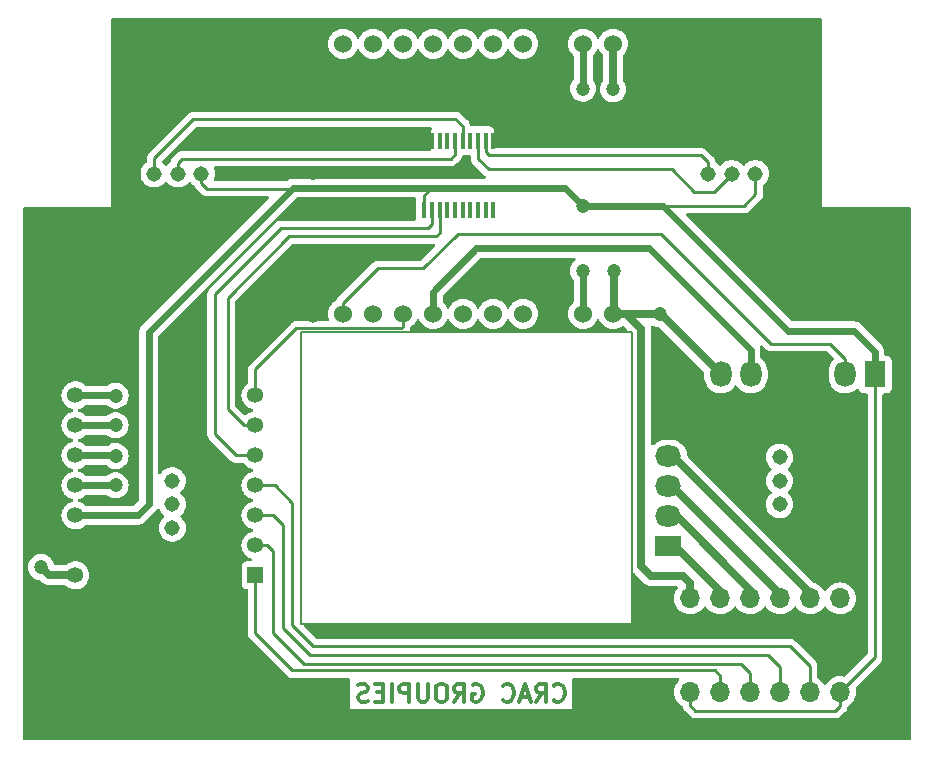
<source format=gm1>
G04 #@! TF.GenerationSoftware,KiCad,Pcbnew,8.0.6*
G04 #@! TF.CreationDate,2025-02-13T15:50:05+01:00*
G04 #@! TF.ProjectId,Merx_Carte_Ucontroleur,4d657278-5f43-4617-9274-655f55636f6e,rev?*
G04 #@! TF.SameCoordinates,Original*
G04 #@! TF.FileFunction,Profile,NP*
%FSLAX46Y46*%
G04 Gerber Fmt 4.6, Leading zero omitted, Abs format (unit mm)*
G04 Created by KiCad (PCBNEW 8.0.6) date 2025-02-13 15:50:05*
%MOMM*%
%LPD*%
G01*
G04 APERTURE LIST*
G04 #@! TA.AperFunction,Profile*
%ADD10C,0.200000*%
G04 #@! TD*
%ADD11C,0.300000*%
G04 #@! TA.AperFunction,NonConductor*
%ADD12C,0.300000*%
G04 #@! TD*
G04 #@! TA.AperFunction,ComponentPad*
%ADD13O,1.800000X2.200000*%
G04 #@! TD*
G04 #@! TA.AperFunction,ComponentPad*
%ADD14R,1.800000X2.200000*%
G04 #@! TD*
G04 #@! TA.AperFunction,ComponentPad*
%ADD15C,1.524000*%
G04 #@! TD*
G04 #@! TA.AperFunction,ComponentPad*
%ADD16R,1.308000X1.308000*%
G04 #@! TD*
G04 #@! TA.AperFunction,ComponentPad*
%ADD17C,1.308000*%
G04 #@! TD*
G04 #@! TA.AperFunction,ComponentPad*
%ADD18R,1.358000X1.358000*%
G04 #@! TD*
G04 #@! TA.AperFunction,ComponentPad*
%ADD19C,1.358000*%
G04 #@! TD*
G04 #@! TA.AperFunction,ComponentPad*
%ADD20C,5.500000*%
G04 #@! TD*
G04 #@! TA.AperFunction,ComponentPad*
%ADD21O,1.700000X1.700000*%
G04 #@! TD*
G04 #@! TA.AperFunction,ComponentPad*
%ADD22R,1.700000X1.700000*%
G04 #@! TD*
G04 #@! TA.AperFunction,ComponentPad*
%ADD23R,2.200000X1.800000*%
G04 #@! TD*
G04 #@! TA.AperFunction,ComponentPad*
%ADD24O,2.200000X1.800000*%
G04 #@! TD*
G04 #@! TA.AperFunction,SMDPad,CuDef*
%ADD25R,0.450000X1.475000*%
G04 #@! TD*
G04 #@! TA.AperFunction,ViaPad*
%ADD26C,1.200000*%
G04 #@! TD*
G04 #@! TA.AperFunction,Conductor*
%ADD27C,0.250000*%
G04 #@! TD*
G04 #@! TA.AperFunction,Conductor*
%ADD28C,0.700000*%
G04 #@! TD*
G04 #@! TA.AperFunction,Conductor*
%ADD29C,0.600000*%
G04 #@! TD*
G04 APERTURE END LIST*
D10*
X86920000Y-45900000D02*
X86920000Y-61900000D01*
X146920000Y-45900000D02*
X86920000Y-45900000D01*
X86920000Y-61900000D02*
X79420000Y-61900000D01*
X79420000Y-61900000D02*
X79420000Y-106900000D01*
X154420000Y-106900000D02*
X154420000Y-61900000D01*
X154420000Y-61900000D02*
X146920000Y-61900000D01*
X146920000Y-61900000D02*
X146920000Y-45900000D01*
X102910000Y-72370000D02*
X130950000Y-72370000D01*
X130950000Y-97160000D01*
X102910000Y-97160000D01*
X102910000Y-72370000D01*
X79420000Y-106900000D02*
X154420000Y-106900000D01*
D11*
D12*
X124288346Y-103557971D02*
X124359774Y-103629400D01*
X124359774Y-103629400D02*
X124574060Y-103700828D01*
X124574060Y-103700828D02*
X124716917Y-103700828D01*
X124716917Y-103700828D02*
X124931203Y-103629400D01*
X124931203Y-103629400D02*
X125074060Y-103486542D01*
X125074060Y-103486542D02*
X125145489Y-103343685D01*
X125145489Y-103343685D02*
X125216917Y-103057971D01*
X125216917Y-103057971D02*
X125216917Y-102843685D01*
X125216917Y-102843685D02*
X125145489Y-102557971D01*
X125145489Y-102557971D02*
X125074060Y-102415114D01*
X125074060Y-102415114D02*
X124931203Y-102272257D01*
X124931203Y-102272257D02*
X124716917Y-102200828D01*
X124716917Y-102200828D02*
X124574060Y-102200828D01*
X124574060Y-102200828D02*
X124359774Y-102272257D01*
X124359774Y-102272257D02*
X124288346Y-102343685D01*
X122788346Y-103700828D02*
X123288346Y-102986542D01*
X123645489Y-103700828D02*
X123645489Y-102200828D01*
X123645489Y-102200828D02*
X123074060Y-102200828D01*
X123074060Y-102200828D02*
X122931203Y-102272257D01*
X122931203Y-102272257D02*
X122859774Y-102343685D01*
X122859774Y-102343685D02*
X122788346Y-102486542D01*
X122788346Y-102486542D02*
X122788346Y-102700828D01*
X122788346Y-102700828D02*
X122859774Y-102843685D01*
X122859774Y-102843685D02*
X122931203Y-102915114D01*
X122931203Y-102915114D02*
X123074060Y-102986542D01*
X123074060Y-102986542D02*
X123645489Y-102986542D01*
X122216917Y-103272257D02*
X121502632Y-103272257D01*
X122359774Y-103700828D02*
X121859774Y-102200828D01*
X121859774Y-102200828D02*
X121359774Y-103700828D01*
X120002632Y-103557971D02*
X120074060Y-103629400D01*
X120074060Y-103629400D02*
X120288346Y-103700828D01*
X120288346Y-103700828D02*
X120431203Y-103700828D01*
X120431203Y-103700828D02*
X120645489Y-103629400D01*
X120645489Y-103629400D02*
X120788346Y-103486542D01*
X120788346Y-103486542D02*
X120859775Y-103343685D01*
X120859775Y-103343685D02*
X120931203Y-103057971D01*
X120931203Y-103057971D02*
X120931203Y-102843685D01*
X120931203Y-102843685D02*
X120859775Y-102557971D01*
X120859775Y-102557971D02*
X120788346Y-102415114D01*
X120788346Y-102415114D02*
X120645489Y-102272257D01*
X120645489Y-102272257D02*
X120431203Y-102200828D01*
X120431203Y-102200828D02*
X120288346Y-102200828D01*
X120288346Y-102200828D02*
X120074060Y-102272257D01*
X120074060Y-102272257D02*
X120002632Y-102343685D01*
X117431203Y-102272257D02*
X117574061Y-102200828D01*
X117574061Y-102200828D02*
X117788346Y-102200828D01*
X117788346Y-102200828D02*
X118002632Y-102272257D01*
X118002632Y-102272257D02*
X118145489Y-102415114D01*
X118145489Y-102415114D02*
X118216918Y-102557971D01*
X118216918Y-102557971D02*
X118288346Y-102843685D01*
X118288346Y-102843685D02*
X118288346Y-103057971D01*
X118288346Y-103057971D02*
X118216918Y-103343685D01*
X118216918Y-103343685D02*
X118145489Y-103486542D01*
X118145489Y-103486542D02*
X118002632Y-103629400D01*
X118002632Y-103629400D02*
X117788346Y-103700828D01*
X117788346Y-103700828D02*
X117645489Y-103700828D01*
X117645489Y-103700828D02*
X117431203Y-103629400D01*
X117431203Y-103629400D02*
X117359775Y-103557971D01*
X117359775Y-103557971D02*
X117359775Y-103057971D01*
X117359775Y-103057971D02*
X117645489Y-103057971D01*
X115859775Y-103700828D02*
X116359775Y-102986542D01*
X116716918Y-103700828D02*
X116716918Y-102200828D01*
X116716918Y-102200828D02*
X116145489Y-102200828D01*
X116145489Y-102200828D02*
X116002632Y-102272257D01*
X116002632Y-102272257D02*
X115931203Y-102343685D01*
X115931203Y-102343685D02*
X115859775Y-102486542D01*
X115859775Y-102486542D02*
X115859775Y-102700828D01*
X115859775Y-102700828D02*
X115931203Y-102843685D01*
X115931203Y-102843685D02*
X116002632Y-102915114D01*
X116002632Y-102915114D02*
X116145489Y-102986542D01*
X116145489Y-102986542D02*
X116716918Y-102986542D01*
X114931203Y-102200828D02*
X114645489Y-102200828D01*
X114645489Y-102200828D02*
X114502632Y-102272257D01*
X114502632Y-102272257D02*
X114359775Y-102415114D01*
X114359775Y-102415114D02*
X114288346Y-102700828D01*
X114288346Y-102700828D02*
X114288346Y-103200828D01*
X114288346Y-103200828D02*
X114359775Y-103486542D01*
X114359775Y-103486542D02*
X114502632Y-103629400D01*
X114502632Y-103629400D02*
X114645489Y-103700828D01*
X114645489Y-103700828D02*
X114931203Y-103700828D01*
X114931203Y-103700828D02*
X115074061Y-103629400D01*
X115074061Y-103629400D02*
X115216918Y-103486542D01*
X115216918Y-103486542D02*
X115288346Y-103200828D01*
X115288346Y-103200828D02*
X115288346Y-102700828D01*
X115288346Y-102700828D02*
X115216918Y-102415114D01*
X115216918Y-102415114D02*
X115074061Y-102272257D01*
X115074061Y-102272257D02*
X114931203Y-102200828D01*
X113645489Y-102200828D02*
X113645489Y-103415114D01*
X113645489Y-103415114D02*
X113574060Y-103557971D01*
X113574060Y-103557971D02*
X113502632Y-103629400D01*
X113502632Y-103629400D02*
X113359774Y-103700828D01*
X113359774Y-103700828D02*
X113074060Y-103700828D01*
X113074060Y-103700828D02*
X112931203Y-103629400D01*
X112931203Y-103629400D02*
X112859774Y-103557971D01*
X112859774Y-103557971D02*
X112788346Y-103415114D01*
X112788346Y-103415114D02*
X112788346Y-102200828D01*
X112074060Y-103700828D02*
X112074060Y-102200828D01*
X112074060Y-102200828D02*
X111502631Y-102200828D01*
X111502631Y-102200828D02*
X111359774Y-102272257D01*
X111359774Y-102272257D02*
X111288345Y-102343685D01*
X111288345Y-102343685D02*
X111216917Y-102486542D01*
X111216917Y-102486542D02*
X111216917Y-102700828D01*
X111216917Y-102700828D02*
X111288345Y-102843685D01*
X111288345Y-102843685D02*
X111359774Y-102915114D01*
X111359774Y-102915114D02*
X111502631Y-102986542D01*
X111502631Y-102986542D02*
X112074060Y-102986542D01*
X110574060Y-103700828D02*
X110574060Y-102200828D01*
X109859774Y-102915114D02*
X109359774Y-102915114D01*
X109145488Y-103700828D02*
X109859774Y-103700828D01*
X109859774Y-103700828D02*
X109859774Y-102200828D01*
X109859774Y-102200828D02*
X109145488Y-102200828D01*
X108574059Y-103629400D02*
X108359774Y-103700828D01*
X108359774Y-103700828D02*
X108002631Y-103700828D01*
X108002631Y-103700828D02*
X107859774Y-103629400D01*
X107859774Y-103629400D02*
X107788345Y-103557971D01*
X107788345Y-103557971D02*
X107716916Y-103415114D01*
X107716916Y-103415114D02*
X107716916Y-103272257D01*
X107716916Y-103272257D02*
X107788345Y-103129400D01*
X107788345Y-103129400D02*
X107859774Y-103057971D01*
X107859774Y-103057971D02*
X108002631Y-102986542D01*
X108002631Y-102986542D02*
X108288345Y-102915114D01*
X108288345Y-102915114D02*
X108431202Y-102843685D01*
X108431202Y-102843685D02*
X108502631Y-102772257D01*
X108502631Y-102772257D02*
X108574059Y-102629400D01*
X108574059Y-102629400D02*
X108574059Y-102486542D01*
X108574059Y-102486542D02*
X108502631Y-102343685D01*
X108502631Y-102343685D02*
X108431202Y-102272257D01*
X108431202Y-102272257D02*
X108288345Y-102200828D01*
X108288345Y-102200828D02*
X107931202Y-102200828D01*
X107931202Y-102200828D02*
X107716916Y-102272257D01*
D13*
X138460000Y-76000000D03*
X141000000Y-76000000D03*
D14*
X143540000Y-76000000D03*
X151500000Y-76000000D03*
D13*
X148960000Y-76000000D03*
D15*
X103920000Y-70860000D03*
X106460000Y-70860000D03*
X109000000Y-70860000D03*
X111540000Y-70860000D03*
X114080000Y-70860000D03*
X116620000Y-70860000D03*
X119160000Y-70860000D03*
X121700000Y-70860000D03*
X124240000Y-70860000D03*
X126780000Y-70860000D03*
X129320000Y-70860000D03*
X129320000Y-48000000D03*
X126780000Y-48000000D03*
X124240000Y-48000000D03*
X121700000Y-48000000D03*
X119160000Y-48000000D03*
X116620000Y-48000000D03*
X114080000Y-48000000D03*
X111540000Y-48000000D03*
X109000000Y-48000000D03*
X106460000Y-48000000D03*
X103920000Y-48000000D03*
D16*
X96472500Y-59000000D03*
D17*
X94472500Y-59000000D03*
X92472500Y-59000000D03*
X90472500Y-59000000D03*
D16*
X143367500Y-59000000D03*
D17*
X141367500Y-59000000D03*
X139367500Y-59000000D03*
X137367500Y-59000000D03*
D18*
X99040000Y-93000000D03*
D19*
X99040000Y-90460000D03*
X99040000Y-87920000D03*
X99040000Y-85380000D03*
X99040000Y-82840000D03*
X99040000Y-80300000D03*
X99040000Y-77760000D03*
X83800000Y-77760000D03*
X83800000Y-80300000D03*
X83800000Y-82840000D03*
X83800000Y-85380000D03*
X83800000Y-87920000D03*
X83800000Y-90460000D03*
X83800000Y-93000000D03*
D20*
X86800000Y-68390000D03*
X86800000Y-103390000D03*
D21*
X148540000Y-94960000D03*
X146000000Y-94960000D03*
X143460000Y-94960000D03*
X140920000Y-94960000D03*
X138380000Y-94960000D03*
X135840000Y-94960000D03*
D22*
X133300000Y-94960000D03*
D21*
X148540000Y-102885200D03*
X146000000Y-102885200D03*
X143460000Y-102885200D03*
X140920000Y-102885200D03*
X138380000Y-102885200D03*
X135840000Y-102885200D03*
D22*
X133300000Y-102885200D03*
D23*
X134000000Y-90540000D03*
D24*
X134000000Y-88000000D03*
X134000000Y-85460000D03*
X134000000Y-82920000D03*
D20*
X147040000Y-68390000D03*
D16*
X92000000Y-83000000D03*
D17*
X92000000Y-85000000D03*
X92000000Y-87000000D03*
X92000000Y-89000000D03*
D25*
X113345000Y-56192000D03*
X113995000Y-56192000D03*
X114645000Y-56192000D03*
X115295000Y-56192000D03*
X115945000Y-56192000D03*
X116595000Y-56192000D03*
X117245000Y-56192000D03*
X117895000Y-56192000D03*
X118545000Y-56192000D03*
X119195000Y-56192000D03*
X119195000Y-62068000D03*
X118545000Y-62068000D03*
X117895000Y-62068000D03*
X117245000Y-62068000D03*
X116595000Y-62068000D03*
X115945000Y-62068000D03*
X115295000Y-62068000D03*
X114645000Y-62068000D03*
X113995000Y-62068000D03*
X113345000Y-62068000D03*
D17*
X143420000Y-83000000D03*
X143420000Y-85000000D03*
X143420000Y-87000000D03*
D16*
X143420000Y-89000000D03*
D26*
X124200000Y-51900000D03*
X124200000Y-66800000D03*
X80900000Y-92300000D03*
X87200000Y-85400000D03*
X87200000Y-82900000D03*
X87200000Y-80300000D03*
X87200000Y-77800000D03*
X129340000Y-51850000D03*
X103920000Y-51460000D03*
X103920000Y-65600000D03*
X129370000Y-67250000D03*
X126780000Y-51790000D03*
X126780000Y-67230000D03*
X103920000Y-58960000D03*
X103920000Y-55980000D03*
X149600000Y-88870000D03*
X152990000Y-88890000D03*
X126780000Y-61710000D03*
X133280000Y-70910000D03*
D27*
X140410000Y-61710000D02*
X133570000Y-61710000D01*
D28*
X81600000Y-93000000D02*
X80900000Y-92300000D01*
X83800000Y-93000000D02*
X81600000Y-93000000D01*
X103920000Y-70860000D02*
X103920000Y-65600000D01*
D27*
X113995000Y-63265000D02*
X113995000Y-62068000D01*
X113660000Y-63600000D02*
X113995000Y-63265000D01*
X95600000Y-81060000D02*
X95600000Y-69200000D01*
X101200000Y-63600000D02*
X113660000Y-63600000D01*
X97380000Y-82840000D02*
X95600000Y-81060000D01*
X95600000Y-69200000D02*
X101200000Y-63600000D01*
X99040000Y-82840000D02*
X97380000Y-82840000D01*
X114360000Y-64300000D02*
X114645000Y-64015000D01*
X96700000Y-69500000D02*
X101900000Y-64300000D01*
X101900000Y-64300000D02*
X114360000Y-64300000D01*
X96700000Y-78960000D02*
X96700000Y-69500000D01*
X114645000Y-64015000D02*
X114645000Y-62068000D01*
X98040000Y-80300000D02*
X96700000Y-78960000D01*
X99040000Y-80300000D02*
X98040000Y-80300000D01*
D29*
X89080000Y-87920000D02*
X83800000Y-87920000D01*
X90000000Y-72400000D02*
X90000000Y-87000000D01*
X90000000Y-87000000D02*
X89080000Y-87920000D01*
X102190000Y-60210000D02*
X90000000Y-72400000D01*
X107120000Y-60210000D02*
X102190000Y-60210000D01*
D27*
X151500000Y-99925200D02*
X151500000Y-76000000D01*
X148540000Y-102885200D02*
X151500000Y-99925200D01*
X148960000Y-74660000D02*
X148960000Y-76000000D01*
X147700000Y-73400000D02*
X148960000Y-74660000D01*
X133380000Y-64090000D02*
X142690000Y-73400000D01*
X116160000Y-64090000D02*
X133380000Y-64090000D01*
X142690000Y-73400000D02*
X147700000Y-73400000D01*
X109390000Y-67010000D02*
X113240000Y-67010000D01*
X113240000Y-67010000D02*
X116160000Y-64090000D01*
X106460000Y-70860000D02*
X106460000Y-69940000D01*
X106460000Y-69940000D02*
X109390000Y-67010000D01*
D29*
X149690000Y-72290000D02*
X151500000Y-74100000D01*
X144150000Y-72290000D02*
X149690000Y-72290000D01*
X126780000Y-61710000D02*
X133570000Y-61710000D01*
X133570000Y-61710000D02*
X144150000Y-72290000D01*
X151500000Y-74100000D02*
X151500000Y-76000000D01*
X87180000Y-85380000D02*
X87200000Y-85400000D01*
X83800000Y-85380000D02*
X87180000Y-85380000D01*
X87140000Y-82840000D02*
X87200000Y-82900000D01*
X83800000Y-82840000D02*
X87140000Y-82840000D01*
D27*
X102140000Y-86860000D02*
X100660000Y-85380000D01*
X100660000Y-85380000D02*
X99040000Y-85380000D01*
X102140000Y-97220000D02*
X102140000Y-86860000D01*
X144320000Y-99010000D02*
X103930000Y-99010000D01*
X103930000Y-99010000D02*
X102140000Y-97220000D01*
X146000000Y-100690000D02*
X144320000Y-99010000D01*
X146000000Y-102885200D02*
X146000000Y-100690000D01*
X100510000Y-87920000D02*
X99040000Y-87920000D01*
X101350000Y-88760000D02*
X100510000Y-87920000D01*
X101350000Y-97430000D02*
X101350000Y-88760000D01*
X103640000Y-99720000D02*
X101350000Y-97430000D01*
X142450000Y-99720000D02*
X103640000Y-99720000D01*
X143460000Y-100730000D02*
X142450000Y-99720000D01*
X143460000Y-102885200D02*
X143460000Y-100730000D01*
D29*
X83800000Y-80300000D02*
X87200000Y-80300000D01*
X87160000Y-77760000D02*
X87200000Y-77800000D01*
X83800000Y-77760000D02*
X87160000Y-77760000D01*
D28*
X103920000Y-48000000D02*
X103920000Y-51460000D01*
X129320000Y-51830000D02*
X129340000Y-51850000D01*
X129320000Y-48000000D02*
X129320000Y-51830000D01*
D29*
X126780000Y-48000000D02*
X126780000Y-51790000D01*
D28*
X129370000Y-70810000D02*
X129320000Y-70860000D01*
X129370000Y-67250000D02*
X129370000Y-70810000D01*
D29*
X126780000Y-70860000D02*
X126780000Y-67230000D01*
X132370000Y-65330000D02*
X141000000Y-73960000D01*
X117750000Y-65330000D02*
X132370000Y-65330000D01*
X114080000Y-69000000D02*
X117750000Y-65330000D01*
X114080000Y-70860000D02*
X114080000Y-69000000D01*
X141000000Y-73960000D02*
X141000000Y-76000000D01*
D27*
X116060000Y-54440000D02*
X116595000Y-54975000D01*
X116060000Y-54410000D02*
X116060000Y-54440000D01*
X90472500Y-57687500D02*
X93750000Y-54410000D01*
X93750000Y-54410000D02*
X116060000Y-54410000D01*
X116595000Y-54975000D02*
X116595000Y-56192000D01*
X90472500Y-59000000D02*
X90472500Y-57687500D01*
X115580000Y-57730000D02*
X115945000Y-57365000D01*
X92810000Y-57730000D02*
X115580000Y-57730000D01*
X92472500Y-59000000D02*
X92472500Y-58067500D01*
X92472500Y-58067500D02*
X92810000Y-57730000D01*
X115945000Y-57365000D02*
X115945000Y-56192000D01*
X107050000Y-60280000D02*
X107120000Y-60210000D01*
X94472500Y-59000000D02*
X94472500Y-59772500D01*
D29*
X115110000Y-60210000D02*
X107120000Y-60210000D01*
D27*
X113950000Y-60210000D02*
X115110000Y-60210000D01*
X113345000Y-60815000D02*
X113950000Y-60210000D01*
D29*
X125280000Y-60210000D02*
X115110000Y-60210000D01*
D27*
X113345000Y-62068000D02*
X113345000Y-60815000D01*
D29*
X126780000Y-61710000D02*
X125280000Y-60210000D01*
D27*
X137857500Y-60510000D02*
X139367500Y-59000000D01*
X136190000Y-60510000D02*
X137857500Y-60510000D01*
X134290000Y-58610000D02*
X136190000Y-60510000D01*
X118780000Y-58610000D02*
X134290000Y-58610000D01*
X117895000Y-56192000D02*
X117895000Y-57725000D01*
X117895000Y-57725000D02*
X118780000Y-58610000D01*
X136790000Y-57460000D02*
X137367500Y-58037500D01*
X118545000Y-57179500D02*
X118825500Y-57460000D01*
X118825500Y-57460000D02*
X136790000Y-57460000D01*
X137367500Y-58037500D02*
X137367500Y-59000000D01*
X118545000Y-56192000D02*
X118545000Y-57179500D01*
X141367500Y-60747500D02*
X141367500Y-59000000D01*
X141370000Y-60750000D02*
X141367500Y-60747500D01*
X140410000Y-61710000D02*
X141370000Y-60750000D01*
D28*
X146000000Y-94510000D02*
X134410000Y-82920000D01*
X146000000Y-94960000D02*
X146000000Y-94510000D01*
X134410000Y-82920000D02*
X134000000Y-82920000D01*
X134330000Y-85460000D02*
X134000000Y-85460000D01*
X143460000Y-94590000D02*
X134330000Y-85460000D01*
X143460000Y-94960000D02*
X143460000Y-94590000D01*
X134700000Y-88000000D02*
X134000000Y-88000000D01*
X140920000Y-94220000D02*
X134700000Y-88000000D01*
X140920000Y-94960000D02*
X140920000Y-94220000D01*
X138380000Y-94350000D02*
X138380000Y-94960000D01*
X134570000Y-90540000D02*
X138380000Y-94350000D01*
X134000000Y-90540000D02*
X134570000Y-90540000D01*
D27*
X100050000Y-90460000D02*
X99040000Y-90460000D01*
X100540000Y-97870000D02*
X100540000Y-90950000D01*
X100540000Y-90950000D02*
X100050000Y-90460000D01*
X103170000Y-100500000D02*
X100540000Y-97870000D01*
X140180000Y-100500000D02*
X103170000Y-100500000D01*
X140920000Y-101240000D02*
X140180000Y-100500000D01*
X140920000Y-102885200D02*
X140920000Y-101240000D01*
X137930000Y-101060000D02*
X102170000Y-101060000D01*
X138380000Y-101510000D02*
X137930000Y-101060000D01*
X102170000Y-101060000D02*
X99040000Y-97930000D01*
X99040000Y-97930000D02*
X99040000Y-93000000D01*
X138380000Y-102885200D02*
X138380000Y-101510000D01*
D28*
X131710000Y-72172370D02*
X130397630Y-70860000D01*
X131710000Y-92200000D02*
X131710000Y-72172370D01*
X132570000Y-93060000D02*
X131710000Y-92200000D01*
X135260000Y-93060000D02*
X132570000Y-93060000D01*
X135840000Y-93640000D02*
X135260000Y-93060000D01*
X135840000Y-94960000D02*
X135840000Y-93640000D01*
X130397630Y-70860000D02*
X129320000Y-70860000D01*
X133230000Y-70860000D02*
X133280000Y-70910000D01*
X129320000Y-70860000D02*
X133230000Y-70860000D01*
X133370000Y-70910000D02*
X138460000Y-76000000D01*
X133280000Y-70910000D02*
X133370000Y-70910000D01*
D27*
X102500000Y-72100000D02*
X99040000Y-75560000D01*
X111400000Y-72100000D02*
X102500000Y-72100000D01*
X99040000Y-75560000D02*
X99040000Y-77760000D01*
X111540000Y-71960000D02*
X111400000Y-72100000D01*
X111540000Y-70860000D02*
X111540000Y-71960000D01*
X135840000Y-102885200D02*
X135840000Y-104020000D01*
X148150000Y-104470000D02*
X148540000Y-104080000D01*
X148540000Y-104080000D02*
X148540000Y-102885200D01*
X135840000Y-104020000D02*
X136290000Y-104470000D01*
X136290000Y-104470000D02*
X148150000Y-104470000D01*
X94980000Y-60280000D02*
X107050000Y-60280000D01*
X94472500Y-59772500D02*
X94980000Y-60280000D01*
G04 #@! TA.AperFunction,Conductor*
G36*
X132724335Y-71860421D02*
G01*
X132728224Y-71862731D01*
X132787363Y-71899348D01*
X132977544Y-71973024D01*
X133178024Y-72010500D01*
X133216349Y-72010500D01*
X133283388Y-72030185D01*
X133304030Y-72046819D01*
X137023181Y-75765970D01*
X137056666Y-75827293D01*
X137059500Y-75853651D01*
X137059500Y-76310221D01*
X137093985Y-76527952D01*
X137162103Y-76737603D01*
X137162104Y-76737606D01*
X137230122Y-76871096D01*
X137257129Y-76924100D01*
X137262187Y-76934025D01*
X137391752Y-77112358D01*
X137391756Y-77112363D01*
X137547636Y-77268243D01*
X137547641Y-77268247D01*
X137635520Y-77332094D01*
X137725978Y-77397815D01*
X137854375Y-77463237D01*
X137922393Y-77497895D01*
X137922396Y-77497896D01*
X138027221Y-77531955D01*
X138132049Y-77566015D01*
X138349778Y-77600500D01*
X138349779Y-77600500D01*
X138570221Y-77600500D01*
X138570222Y-77600500D01*
X138787951Y-77566015D01*
X138997606Y-77497895D01*
X139194022Y-77397815D01*
X139372365Y-77268242D01*
X139528242Y-77112365D01*
X139599502Y-77014284D01*
X139629682Y-76972745D01*
X139685011Y-76930079D01*
X139754625Y-76924100D01*
X139816420Y-76956705D01*
X139830318Y-76972745D01*
X139931752Y-77112358D01*
X139931756Y-77112363D01*
X140087636Y-77268243D01*
X140087641Y-77268247D01*
X140175520Y-77332094D01*
X140265978Y-77397815D01*
X140394375Y-77463237D01*
X140462393Y-77497895D01*
X140462396Y-77497896D01*
X140567221Y-77531955D01*
X140672049Y-77566015D01*
X140889778Y-77600500D01*
X140889779Y-77600500D01*
X141110221Y-77600500D01*
X141110222Y-77600500D01*
X141327951Y-77566015D01*
X141537606Y-77497895D01*
X141734022Y-77397815D01*
X141912365Y-77268242D01*
X142068242Y-77112365D01*
X142197815Y-76934022D01*
X142297895Y-76737606D01*
X142366015Y-76527951D01*
X142400500Y-76310222D01*
X142400500Y-75689778D01*
X142366015Y-75472049D01*
X142297895Y-75262394D01*
X142297895Y-75262393D01*
X142246370Y-75161272D01*
X142197815Y-75065978D01*
X142169681Y-75027254D01*
X142068247Y-74887641D01*
X142068243Y-74887636D01*
X141912364Y-74731757D01*
X141851613Y-74687618D01*
X141808948Y-74632287D01*
X141800500Y-74587301D01*
X141800500Y-73881155D01*
X141800499Y-73881153D01*
X141797585Y-73866502D01*
X141769737Y-73726503D01*
X141752199Y-73684164D01*
X141744731Y-73614697D01*
X141776006Y-73552218D01*
X141836094Y-73516565D01*
X141905920Y-73519058D01*
X141954442Y-73549032D01*
X142201016Y-73795606D01*
X142201045Y-73795637D01*
X142291263Y-73885855D01*
X142291267Y-73885858D01*
X142393707Y-73954307D01*
X142393713Y-73954310D01*
X142393714Y-73954311D01*
X142507548Y-74001463D01*
X142567971Y-74013481D01*
X142628393Y-74025500D01*
X142628394Y-74025500D01*
X147389548Y-74025500D01*
X147456587Y-74045185D01*
X147477229Y-74061819D01*
X148009720Y-74594310D01*
X148043205Y-74655633D01*
X148038221Y-74725325D01*
X148009721Y-74769672D01*
X147891751Y-74887642D01*
X147762187Y-75065974D01*
X147662104Y-75262393D01*
X147662103Y-75262396D01*
X147593985Y-75472047D01*
X147559500Y-75689778D01*
X147559500Y-76310221D01*
X147593985Y-76527952D01*
X147662103Y-76737603D01*
X147662104Y-76737606D01*
X147730122Y-76871096D01*
X147757129Y-76924100D01*
X147762187Y-76934025D01*
X147891752Y-77112358D01*
X147891756Y-77112363D01*
X148047636Y-77268243D01*
X148047641Y-77268247D01*
X148135520Y-77332094D01*
X148225978Y-77397815D01*
X148354375Y-77463237D01*
X148422393Y-77497895D01*
X148422396Y-77497896D01*
X148527221Y-77531955D01*
X148632049Y-77566015D01*
X148849778Y-77600500D01*
X148849779Y-77600500D01*
X149070221Y-77600500D01*
X149070222Y-77600500D01*
X149287951Y-77566015D01*
X149497606Y-77497895D01*
X149694022Y-77397815D01*
X149872365Y-77268242D01*
X149922536Y-77218070D01*
X149983857Y-77184586D01*
X150053548Y-77189570D01*
X150109482Y-77231441D01*
X150126398Y-77262419D01*
X150156202Y-77342328D01*
X150156206Y-77342335D01*
X150242452Y-77457544D01*
X150242455Y-77457547D01*
X150357664Y-77543793D01*
X150357671Y-77543797D01*
X150402618Y-77560561D01*
X150492517Y-77594091D01*
X150552127Y-77600500D01*
X150750500Y-77600499D01*
X150817539Y-77620183D01*
X150863294Y-77672987D01*
X150874500Y-77724499D01*
X150874500Y-99614747D01*
X150854815Y-99681786D01*
X150838181Y-99702428D01*
X148995646Y-101544962D01*
X148934323Y-101578447D01*
X148875872Y-101577056D01*
X148775413Y-101550138D01*
X148775403Y-101550136D01*
X148540001Y-101529541D01*
X148539999Y-101529541D01*
X148304596Y-101550136D01*
X148304586Y-101550138D01*
X148076344Y-101611294D01*
X148076335Y-101611298D01*
X147862171Y-101711164D01*
X147862169Y-101711165D01*
X147668597Y-101846705D01*
X147501505Y-102013797D01*
X147371575Y-102199358D01*
X147316998Y-102242983D01*
X147247500Y-102250177D01*
X147185145Y-102218654D01*
X147168425Y-102199358D01*
X147038494Y-102013797D01*
X146871402Y-101846706D01*
X146871401Y-101846705D01*
X146722525Y-101742461D01*
X146678376Y-101711547D01*
X146634751Y-101656970D01*
X146625500Y-101609972D01*
X146625500Y-100628389D01*
X146622737Y-100614502D01*
X146622735Y-100614496D01*
X146601463Y-100507549D01*
X146601461Y-100507544D01*
X146600731Y-100505780D01*
X146600712Y-100505738D01*
X146600692Y-100505688D01*
X146570880Y-100433714D01*
X146554312Y-100393715D01*
X146512585Y-100331267D01*
X146512585Y-100331266D01*
X146512583Y-100331265D01*
X146485858Y-100291267D01*
X146485857Y-100291265D01*
X146395637Y-100201045D01*
X146395606Y-100201016D01*
X144810198Y-98615608D01*
X144810178Y-98615586D01*
X144718733Y-98524141D01*
X144659122Y-98484311D01*
X144616286Y-98455688D01*
X144616287Y-98455688D01*
X144616285Y-98455687D01*
X144616281Y-98455685D01*
X144520127Y-98415858D01*
X144502455Y-98408538D01*
X144502453Y-98408537D01*
X144502452Y-98408537D01*
X144442029Y-98396518D01*
X144381610Y-98384500D01*
X144381607Y-98384500D01*
X144381606Y-98384500D01*
X104240452Y-98384500D01*
X104173413Y-98364815D01*
X104152771Y-98348181D01*
X103176271Y-97371681D01*
X103142786Y-97310358D01*
X103147770Y-97240666D01*
X103189642Y-97184733D01*
X103255106Y-97160316D01*
X103263952Y-97160000D01*
X130950000Y-97160000D01*
X130950000Y-92942152D01*
X130969685Y-92875113D01*
X131022489Y-92829358D01*
X131091647Y-92819414D01*
X131155203Y-92848439D01*
X131161681Y-92854471D01*
X132027834Y-93720624D01*
X132027838Y-93720627D01*
X132167132Y-93813701D01*
X132167133Y-93813701D01*
X132167137Y-93813704D01*
X132255972Y-93850500D01*
X132321918Y-93877816D01*
X132467979Y-93906869D01*
X132486228Y-93910499D01*
X132486232Y-93910500D01*
X132486233Y-93910500D01*
X132486234Y-93910500D01*
X132653767Y-93910500D01*
X134688009Y-93910500D01*
X134755048Y-93930185D01*
X134800803Y-93982989D01*
X134810747Y-94052147D01*
X134789584Y-94105623D01*
X134665965Y-94282169D01*
X134665964Y-94282171D01*
X134566098Y-94496335D01*
X134566094Y-94496344D01*
X134504938Y-94724586D01*
X134504936Y-94724596D01*
X134484341Y-94959999D01*
X134484341Y-94960000D01*
X134504936Y-95195403D01*
X134504938Y-95195413D01*
X134566094Y-95423655D01*
X134566096Y-95423659D01*
X134566097Y-95423663D01*
X134570000Y-95432032D01*
X134665965Y-95637830D01*
X134665967Y-95637834D01*
X134774281Y-95792521D01*
X134801505Y-95831401D01*
X134968599Y-95998495D01*
X135065384Y-96066265D01*
X135162165Y-96134032D01*
X135162167Y-96134033D01*
X135162170Y-96134035D01*
X135376337Y-96233903D01*
X135604592Y-96295063D01*
X135792918Y-96311539D01*
X135839999Y-96315659D01*
X135840000Y-96315659D01*
X135840001Y-96315659D01*
X135879234Y-96312226D01*
X136075408Y-96295063D01*
X136303663Y-96233903D01*
X136517830Y-96134035D01*
X136711401Y-95998495D01*
X136878495Y-95831401D01*
X137008425Y-95645842D01*
X137063002Y-95602217D01*
X137132500Y-95595023D01*
X137194855Y-95626546D01*
X137211575Y-95645842D01*
X137341500Y-95831395D01*
X137341505Y-95831401D01*
X137508599Y-95998495D01*
X137605384Y-96066265D01*
X137702165Y-96134032D01*
X137702167Y-96134033D01*
X137702170Y-96134035D01*
X137916337Y-96233903D01*
X138144592Y-96295063D01*
X138332918Y-96311539D01*
X138379999Y-96315659D01*
X138380000Y-96315659D01*
X138380001Y-96315659D01*
X138419234Y-96312226D01*
X138615408Y-96295063D01*
X138843663Y-96233903D01*
X139057830Y-96134035D01*
X139251401Y-95998495D01*
X139418495Y-95831401D01*
X139548425Y-95645842D01*
X139603002Y-95602217D01*
X139672500Y-95595023D01*
X139734855Y-95626546D01*
X139751575Y-95645842D01*
X139881500Y-95831395D01*
X139881505Y-95831401D01*
X140048599Y-95998495D01*
X140145384Y-96066265D01*
X140242165Y-96134032D01*
X140242167Y-96134033D01*
X140242170Y-96134035D01*
X140456337Y-96233903D01*
X140684592Y-96295063D01*
X140872918Y-96311539D01*
X140919999Y-96315659D01*
X140920000Y-96315659D01*
X140920001Y-96315659D01*
X140959234Y-96312226D01*
X141155408Y-96295063D01*
X141383663Y-96233903D01*
X141597830Y-96134035D01*
X141791401Y-95998495D01*
X141958495Y-95831401D01*
X142088425Y-95645842D01*
X142143002Y-95602217D01*
X142212500Y-95595023D01*
X142274855Y-95626546D01*
X142291575Y-95645842D01*
X142421500Y-95831395D01*
X142421505Y-95831401D01*
X142588599Y-95998495D01*
X142685384Y-96066265D01*
X142782165Y-96134032D01*
X142782167Y-96134033D01*
X142782170Y-96134035D01*
X142996337Y-96233903D01*
X143224592Y-96295063D01*
X143412918Y-96311539D01*
X143459999Y-96315659D01*
X143460000Y-96315659D01*
X143460001Y-96315659D01*
X143499234Y-96312226D01*
X143695408Y-96295063D01*
X143923663Y-96233903D01*
X144137830Y-96134035D01*
X144331401Y-95998495D01*
X144498495Y-95831401D01*
X144628425Y-95645842D01*
X144683002Y-95602217D01*
X144752500Y-95595023D01*
X144814855Y-95626546D01*
X144831575Y-95645842D01*
X144961500Y-95831395D01*
X144961505Y-95831401D01*
X145128599Y-95998495D01*
X145225384Y-96066265D01*
X145322165Y-96134032D01*
X145322167Y-96134033D01*
X145322170Y-96134035D01*
X145536337Y-96233903D01*
X145764592Y-96295063D01*
X145952918Y-96311539D01*
X145999999Y-96315659D01*
X146000000Y-96315659D01*
X146000001Y-96315659D01*
X146039234Y-96312226D01*
X146235408Y-96295063D01*
X146463663Y-96233903D01*
X146677830Y-96134035D01*
X146871401Y-95998495D01*
X147038495Y-95831401D01*
X147168425Y-95645842D01*
X147223002Y-95602217D01*
X147292500Y-95595023D01*
X147354855Y-95626546D01*
X147371575Y-95645842D01*
X147501500Y-95831395D01*
X147501505Y-95831401D01*
X147668599Y-95998495D01*
X147765384Y-96066265D01*
X147862165Y-96134032D01*
X147862167Y-96134033D01*
X147862170Y-96134035D01*
X148076337Y-96233903D01*
X148304592Y-96295063D01*
X148492918Y-96311539D01*
X148539999Y-96315659D01*
X148540000Y-96315659D01*
X148540001Y-96315659D01*
X148579234Y-96312226D01*
X148775408Y-96295063D01*
X149003663Y-96233903D01*
X149217830Y-96134035D01*
X149411401Y-95998495D01*
X149578495Y-95831401D01*
X149714035Y-95637830D01*
X149813903Y-95423663D01*
X149875063Y-95195408D01*
X149895659Y-94960000D01*
X149875063Y-94724592D01*
X149813903Y-94496337D01*
X149714035Y-94282171D01*
X149708425Y-94274158D01*
X149578494Y-94088597D01*
X149411402Y-93921506D01*
X149411395Y-93921501D01*
X149411152Y-93921331D01*
X149328260Y-93863289D01*
X149217834Y-93785967D01*
X149217830Y-93785965D01*
X149144610Y-93751822D01*
X149003663Y-93686097D01*
X149003659Y-93686096D01*
X149003655Y-93686094D01*
X148775413Y-93624938D01*
X148775403Y-93624936D01*
X148540001Y-93604341D01*
X148539999Y-93604341D01*
X148304596Y-93624936D01*
X148304586Y-93624938D01*
X148076344Y-93686094D01*
X148076335Y-93686098D01*
X147862171Y-93785964D01*
X147862169Y-93785965D01*
X147668597Y-93921505D01*
X147501505Y-94088597D01*
X147371575Y-94274158D01*
X147316998Y-94317783D01*
X147247500Y-94324977D01*
X147185145Y-94293454D01*
X147168425Y-94274158D01*
X147038494Y-94088597D01*
X146871402Y-93921506D01*
X146871395Y-93921501D01*
X146871152Y-93921331D01*
X146788260Y-93863289D01*
X146677834Y-93785967D01*
X146677830Y-93785965D01*
X146604610Y-93751822D01*
X146463663Y-93686097D01*
X146463660Y-93686096D01*
X146463658Y-93686095D01*
X146379946Y-93663665D01*
X146324359Y-93631571D01*
X135692788Y-82999999D01*
X142260554Y-82999999D01*
X142260554Y-83000000D01*
X142280295Y-83213047D01*
X142280296Y-83213050D01*
X142338846Y-83418835D01*
X142338849Y-83418841D01*
X142434219Y-83610370D01*
X142563160Y-83781116D01*
X142702744Y-83908363D01*
X142739026Y-83968074D01*
X142737265Y-84037922D01*
X142702744Y-84091637D01*
X142563160Y-84218883D01*
X142434219Y-84389629D01*
X142338849Y-84581158D01*
X142338846Y-84581164D01*
X142280296Y-84786949D01*
X142280295Y-84786952D01*
X142260554Y-84999999D01*
X142260554Y-85000000D01*
X142280295Y-85213047D01*
X142280296Y-85213050D01*
X142338846Y-85418835D01*
X142338849Y-85418841D01*
X142434219Y-85610370D01*
X142563160Y-85781116D01*
X142702744Y-85908363D01*
X142739026Y-85968074D01*
X142737265Y-86037922D01*
X142702744Y-86091637D01*
X142563160Y-86218883D01*
X142434219Y-86389629D01*
X142338849Y-86581158D01*
X142338846Y-86581164D01*
X142280296Y-86786949D01*
X142280295Y-86786952D01*
X142260554Y-86999999D01*
X142260554Y-87000000D01*
X142280295Y-87213047D01*
X142280296Y-87213050D01*
X142338846Y-87418835D01*
X142338849Y-87418841D01*
X142393372Y-87528338D01*
X142434219Y-87610370D01*
X142563159Y-87781114D01*
X142721278Y-87925258D01*
X142721283Y-87925261D01*
X142721286Y-87925263D01*
X142903186Y-88037891D01*
X142903187Y-88037891D01*
X142903190Y-88037893D01*
X143102703Y-88115185D01*
X143313020Y-88154500D01*
X143313022Y-88154500D01*
X143526978Y-88154500D01*
X143526980Y-88154500D01*
X143737297Y-88115185D01*
X143936810Y-88037893D01*
X144118722Y-87925258D01*
X144276841Y-87781114D01*
X144405781Y-87610370D01*
X144501151Y-87418840D01*
X144501151Y-87418837D01*
X144501153Y-87418835D01*
X144550548Y-87245227D01*
X144559704Y-87213048D01*
X144579446Y-87000000D01*
X144563722Y-86830318D01*
X144559704Y-86786952D01*
X144559703Y-86786949D01*
X144501153Y-86581164D01*
X144501150Y-86581158D01*
X144483036Y-86544780D01*
X144405781Y-86389630D01*
X144276841Y-86218886D01*
X144137251Y-86091633D01*
X144100973Y-86031927D01*
X144102733Y-85962079D01*
X144137251Y-85908366D01*
X144276841Y-85781114D01*
X144405781Y-85610370D01*
X144501151Y-85418840D01*
X144501151Y-85418837D01*
X144501153Y-85418835D01*
X144559703Y-85213050D01*
X144559704Y-85213047D01*
X144579446Y-85000000D01*
X144579446Y-84999999D01*
X144559704Y-84786952D01*
X144559703Y-84786949D01*
X144501153Y-84581164D01*
X144501150Y-84581158D01*
X144499455Y-84577754D01*
X144405781Y-84389630D01*
X144276841Y-84218886D01*
X144137251Y-84091633D01*
X144100973Y-84031927D01*
X144102733Y-83962079D01*
X144137251Y-83908366D01*
X144276841Y-83781114D01*
X144405781Y-83610370D01*
X144501151Y-83418840D01*
X144501151Y-83418837D01*
X144501153Y-83418835D01*
X144535178Y-83299247D01*
X144559704Y-83213048D01*
X144579446Y-83000000D01*
X144570179Y-82899999D01*
X144559704Y-82786952D01*
X144559703Y-82786949D01*
X144501153Y-82581164D01*
X144501150Y-82581158D01*
X144461106Y-82500739D01*
X144405781Y-82389630D01*
X144276841Y-82218886D01*
X144118722Y-82074742D01*
X144118716Y-82074738D01*
X144118713Y-82074736D01*
X143936813Y-81962108D01*
X143936807Y-81962106D01*
X143737297Y-81884815D01*
X143526980Y-81845500D01*
X143313020Y-81845500D01*
X143102703Y-81884815D01*
X142976533Y-81933693D01*
X142903192Y-81962106D01*
X142903186Y-81962108D01*
X142721286Y-82074736D01*
X142721283Y-82074738D01*
X142721279Y-82074740D01*
X142721278Y-82074742D01*
X142589564Y-82194815D01*
X142563158Y-82218887D01*
X142434219Y-82389629D01*
X142338849Y-82581158D01*
X142338846Y-82581164D01*
X142280296Y-82786949D01*
X142280295Y-82786952D01*
X142260554Y-82999999D01*
X135692788Y-82999999D01*
X135636819Y-82944030D01*
X135603334Y-82882707D01*
X135600500Y-82856349D01*
X135600500Y-82809778D01*
X135596884Y-82786949D01*
X135566015Y-82592049D01*
X135497895Y-82382394D01*
X135497895Y-82382393D01*
X135463237Y-82314375D01*
X135397815Y-82185978D01*
X135316995Y-82074738D01*
X135268247Y-82007641D01*
X135268243Y-82007636D01*
X135112363Y-81851756D01*
X135112358Y-81851752D01*
X134934025Y-81722187D01*
X134934024Y-81722186D01*
X134934022Y-81722185D01*
X134871096Y-81690122D01*
X134737606Y-81622104D01*
X134737603Y-81622103D01*
X134527952Y-81553985D01*
X134419086Y-81536742D01*
X134310222Y-81519500D01*
X133689778Y-81519500D01*
X133617201Y-81530995D01*
X133472047Y-81553985D01*
X133262396Y-81622103D01*
X133262393Y-81622104D01*
X133065974Y-81722187D01*
X132887641Y-81851752D01*
X132887636Y-81851756D01*
X132772181Y-81967212D01*
X132710858Y-82000697D01*
X132641166Y-81995713D01*
X132585233Y-81953841D01*
X132560816Y-81888377D01*
X132560500Y-81879531D01*
X132560500Y-72088602D01*
X132560499Y-72088598D01*
X132541358Y-71992366D01*
X132547585Y-71922774D01*
X132590448Y-71867597D01*
X132656338Y-71844353D01*
X132724335Y-71860421D01*
G37*
G04 #@! TD.AperFunction*
G04 #@! TA.AperFunction,Conductor*
G36*
X114207585Y-64945185D02*
G01*
X114253340Y-64997989D01*
X114263284Y-65067147D01*
X114234259Y-65130703D01*
X114228227Y-65137181D01*
X113017229Y-66348181D01*
X112955906Y-66381666D01*
X112929548Y-66384500D01*
X109328389Y-66384500D01*
X109207553Y-66408535D01*
X109207541Y-66408539D01*
X109175262Y-66421909D01*
X109160397Y-66428067D01*
X109093718Y-66455685D01*
X109074571Y-66468479D01*
X109068190Y-66472743D01*
X109068189Y-66472744D01*
X109068188Y-66472743D01*
X108991266Y-66524142D01*
X108991265Y-66524143D01*
X108947704Y-66567705D01*
X108904142Y-66611267D01*
X105974144Y-69541264D01*
X105974138Y-69541272D01*
X105905690Y-69643708D01*
X105905688Y-69643713D01*
X105882088Y-69700690D01*
X105838248Y-69755094D01*
X105829529Y-69760624D01*
X105826337Y-69762466D01*
X105645377Y-69889175D01*
X105489175Y-70045377D01*
X105362466Y-70226338D01*
X105362465Y-70226340D01*
X105269107Y-70426548D01*
X105269104Y-70426554D01*
X105211930Y-70639929D01*
X105211929Y-70639937D01*
X105192677Y-70859997D01*
X105192677Y-70860002D01*
X105211929Y-71080062D01*
X105211930Y-71080070D01*
X105269104Y-71293445D01*
X105269105Y-71293449D01*
X105269106Y-71293450D01*
X105269107Y-71293452D01*
X105271273Y-71298097D01*
X105281764Y-71367175D01*
X105253243Y-71430958D01*
X105194766Y-71469197D01*
X105158890Y-71474500D01*
X102438389Y-71474500D01*
X102377971Y-71486518D01*
X102334743Y-71495116D01*
X102317546Y-71498537D01*
X102285664Y-71511744D01*
X102285663Y-71511744D01*
X102203715Y-71545686D01*
X102193627Y-71552428D01*
X102193626Y-71552429D01*
X102101268Y-71614140D01*
X102057705Y-71657703D01*
X102014142Y-71701267D01*
X98554144Y-75161264D01*
X98554138Y-75161272D01*
X98485692Y-75263705D01*
X98485684Y-75263719D01*
X98452347Y-75344207D01*
X98446823Y-75357543D01*
X98438537Y-75377545D01*
X98438535Y-75377553D01*
X98414500Y-75498389D01*
X98414500Y-76690932D01*
X98394815Y-76757971D01*
X98355778Y-76796358D01*
X98326152Y-76814701D01*
X98164604Y-76961972D01*
X98032874Y-77136410D01*
X98032869Y-77136418D01*
X97935441Y-77332079D01*
X97935435Y-77332094D01*
X97875616Y-77542337D01*
X97875615Y-77542339D01*
X97855447Y-77759999D01*
X97855447Y-77760000D01*
X97875615Y-77977660D01*
X97875616Y-77977662D01*
X97935435Y-78187905D01*
X97935441Y-78187920D01*
X98032869Y-78383581D01*
X98032874Y-78383589D01*
X98154449Y-78544579D01*
X98164605Y-78558028D01*
X98326147Y-78705294D01*
X98326149Y-78705295D01*
X98326150Y-78705296D01*
X98511995Y-78820366D01*
X98512001Y-78820369D01*
X98579943Y-78846689D01*
X98715832Y-78899333D01*
X98762795Y-78908112D01*
X98825073Y-78939780D01*
X98860346Y-79000092D01*
X98857412Y-79069900D01*
X98817203Y-79127040D01*
X98762795Y-79151887D01*
X98715832Y-79160667D01*
X98715830Y-79160667D01*
X98715828Y-79160668D01*
X98512001Y-79239630D01*
X98511995Y-79239633D01*
X98326148Y-79354704D01*
X98326145Y-79354706D01*
X98232201Y-79440348D01*
X98169397Y-79470965D01*
X98100010Y-79462767D01*
X98060982Y-79436392D01*
X97361819Y-78737229D01*
X97328334Y-78675906D01*
X97325500Y-78649548D01*
X97325500Y-69810452D01*
X97345185Y-69743413D01*
X97361819Y-69722771D01*
X102122772Y-64961819D01*
X102184095Y-64928334D01*
X102210453Y-64925500D01*
X114140546Y-64925500D01*
X114207585Y-64945185D01*
G37*
G04 #@! TD.AperFunction*
G04 #@! TA.AperFunction,Conductor*
G36*
X126099524Y-66150185D02*
G01*
X126145279Y-66202989D01*
X126155223Y-66272147D01*
X126126198Y-66335703D01*
X126116023Y-66346137D01*
X125963237Y-66485418D01*
X125840327Y-66648178D01*
X125749422Y-66830739D01*
X125749417Y-66830752D01*
X125693602Y-67026917D01*
X125674785Y-67229999D01*
X125674785Y-67230000D01*
X125693602Y-67433082D01*
X125749417Y-67629247D01*
X125749422Y-67629260D01*
X125840327Y-67811821D01*
X125954454Y-67962950D01*
X125979146Y-68028310D01*
X125979500Y-68037676D01*
X125979500Y-69823691D01*
X125959815Y-69890730D01*
X125943181Y-69911372D01*
X125809175Y-70045377D01*
X125682466Y-70226338D01*
X125682465Y-70226340D01*
X125589107Y-70426548D01*
X125589104Y-70426554D01*
X125531930Y-70639929D01*
X125531929Y-70639937D01*
X125512677Y-70859997D01*
X125512677Y-70860002D01*
X125531929Y-71080062D01*
X125531930Y-71080070D01*
X125589104Y-71293445D01*
X125589105Y-71293447D01*
X125589106Y-71293450D01*
X125671058Y-71469197D01*
X125682466Y-71493662D01*
X125682468Y-71493666D01*
X125809170Y-71674615D01*
X125809175Y-71674621D01*
X125965378Y-71830824D01*
X125965384Y-71830829D01*
X126146333Y-71957531D01*
X126146335Y-71957532D01*
X126146338Y-71957534D01*
X126346550Y-72050894D01*
X126559932Y-72108070D01*
X126686458Y-72119139D01*
X126724550Y-72122472D01*
X126782892Y-72145293D01*
X126811322Y-72127023D01*
X126835450Y-72122472D01*
X126868465Y-72119583D01*
X127000068Y-72108070D01*
X127213450Y-72050894D01*
X127413662Y-71957534D01*
X127594620Y-71830826D01*
X127750826Y-71674620D01*
X127877534Y-71493662D01*
X127937618Y-71364811D01*
X127983790Y-71312371D01*
X128050983Y-71293219D01*
X128117865Y-71313435D01*
X128162382Y-71364811D01*
X128222464Y-71493658D01*
X128222468Y-71493666D01*
X128349170Y-71674615D01*
X128349175Y-71674621D01*
X128505378Y-71830824D01*
X128505384Y-71830829D01*
X128686333Y-71957531D01*
X128686335Y-71957532D01*
X128686338Y-71957534D01*
X128886550Y-72050894D01*
X129099932Y-72108070D01*
X129226458Y-72119139D01*
X129264550Y-72122472D01*
X129322892Y-72145293D01*
X129351322Y-72127023D01*
X129375450Y-72122472D01*
X129408465Y-72119583D01*
X129540068Y-72108070D01*
X129753450Y-72050894D01*
X129953662Y-71957534D01*
X130067650Y-71877718D01*
X130133855Y-71855391D01*
X130201622Y-71872401D01*
X130226450Y-71891608D01*
X130493161Y-72158320D01*
X130526646Y-72219642D01*
X130521662Y-72289334D01*
X130479790Y-72345267D01*
X130414326Y-72369684D01*
X130405480Y-72370000D01*
X129386257Y-72370000D01*
X129319218Y-72350315D01*
X129316646Y-72347347D01*
X129278175Y-72367569D01*
X129253743Y-72370000D01*
X126846257Y-72370000D01*
X126779218Y-72350315D01*
X126776646Y-72347347D01*
X126738175Y-72367569D01*
X126713743Y-72370000D01*
X121766257Y-72370000D01*
X121699218Y-72350315D01*
X121696646Y-72347347D01*
X121658175Y-72367569D01*
X121633743Y-72370000D01*
X119226257Y-72370000D01*
X119159218Y-72350315D01*
X119156646Y-72347347D01*
X119118175Y-72367569D01*
X119093743Y-72370000D01*
X116686257Y-72370000D01*
X116619218Y-72350315D01*
X116616646Y-72347347D01*
X116578175Y-72367569D01*
X116553743Y-72370000D01*
X114146257Y-72370000D01*
X114079218Y-72350315D01*
X114076646Y-72347347D01*
X114038175Y-72367569D01*
X114013743Y-72370000D01*
X112232788Y-72370000D01*
X112165749Y-72350315D01*
X112119994Y-72297511D01*
X112110050Y-72228353D01*
X112118224Y-72198555D01*
X112121929Y-72189608D01*
X112121932Y-72189605D01*
X112141461Y-72142456D01*
X112141463Y-72142452D01*
X112152175Y-72088598D01*
X112158559Y-72056505D01*
X112158559Y-72056502D01*
X112165500Y-72021607D01*
X112165500Y-72021601D01*
X112166086Y-72015658D01*
X112192243Y-71950869D01*
X112218362Y-71926234D01*
X112354620Y-71830826D01*
X112510826Y-71674620D01*
X112637534Y-71493662D01*
X112697618Y-71364811D01*
X112743790Y-71312371D01*
X112810983Y-71293219D01*
X112877865Y-71313435D01*
X112922382Y-71364811D01*
X112982464Y-71493658D01*
X112982468Y-71493666D01*
X113109170Y-71674615D01*
X113109175Y-71674621D01*
X113265378Y-71830824D01*
X113265384Y-71830829D01*
X113446333Y-71957531D01*
X113446335Y-71957532D01*
X113446338Y-71957534D01*
X113646550Y-72050894D01*
X113859932Y-72108070D01*
X113986458Y-72119139D01*
X114024550Y-72122472D01*
X114082892Y-72145293D01*
X114111322Y-72127023D01*
X114135450Y-72122472D01*
X114168465Y-72119583D01*
X114300068Y-72108070D01*
X114513450Y-72050894D01*
X114713662Y-71957534D01*
X114894620Y-71830826D01*
X115050826Y-71674620D01*
X115177534Y-71493662D01*
X115237618Y-71364811D01*
X115283790Y-71312371D01*
X115350983Y-71293219D01*
X115417865Y-71313435D01*
X115462382Y-71364811D01*
X115522464Y-71493658D01*
X115522468Y-71493666D01*
X115649170Y-71674615D01*
X115649175Y-71674621D01*
X115805378Y-71830824D01*
X115805384Y-71830829D01*
X115986333Y-71957531D01*
X115986335Y-71957532D01*
X115986338Y-71957534D01*
X116186550Y-72050894D01*
X116399932Y-72108070D01*
X116526458Y-72119139D01*
X116564550Y-72122472D01*
X116622892Y-72145293D01*
X116651322Y-72127023D01*
X116675450Y-72122472D01*
X116708465Y-72119583D01*
X116840068Y-72108070D01*
X117053450Y-72050894D01*
X117253662Y-71957534D01*
X117434620Y-71830826D01*
X117590826Y-71674620D01*
X117717534Y-71493662D01*
X117777618Y-71364811D01*
X117823790Y-71312371D01*
X117890983Y-71293219D01*
X117957865Y-71313435D01*
X118002382Y-71364811D01*
X118062464Y-71493658D01*
X118062468Y-71493666D01*
X118189170Y-71674615D01*
X118189175Y-71674621D01*
X118345378Y-71830824D01*
X118345384Y-71830829D01*
X118526333Y-71957531D01*
X118526335Y-71957532D01*
X118526338Y-71957534D01*
X118726550Y-72050894D01*
X118939932Y-72108070D01*
X119066458Y-72119139D01*
X119104550Y-72122472D01*
X119162892Y-72145293D01*
X119191322Y-72127023D01*
X119215450Y-72122472D01*
X119248465Y-72119583D01*
X119380068Y-72108070D01*
X119593450Y-72050894D01*
X119793662Y-71957534D01*
X119974620Y-71830826D01*
X120130826Y-71674620D01*
X120257534Y-71493662D01*
X120317618Y-71364811D01*
X120363790Y-71312371D01*
X120430983Y-71293219D01*
X120497865Y-71313435D01*
X120542382Y-71364811D01*
X120602464Y-71493658D01*
X120602468Y-71493666D01*
X120729170Y-71674615D01*
X120729175Y-71674621D01*
X120885378Y-71830824D01*
X120885384Y-71830829D01*
X121066333Y-71957531D01*
X121066335Y-71957532D01*
X121066338Y-71957534D01*
X121266550Y-72050894D01*
X121479932Y-72108070D01*
X121606458Y-72119139D01*
X121644550Y-72122472D01*
X121702892Y-72145293D01*
X121731322Y-72127023D01*
X121755450Y-72122472D01*
X121788465Y-72119583D01*
X121920068Y-72108070D01*
X122133450Y-72050894D01*
X122333662Y-71957534D01*
X122514620Y-71830826D01*
X122670826Y-71674620D01*
X122797534Y-71493662D01*
X122890894Y-71293450D01*
X122948070Y-71080068D01*
X122967323Y-70860000D01*
X122948070Y-70639932D01*
X122890894Y-70426550D01*
X122797534Y-70226339D01*
X122670826Y-70045380D01*
X122514620Y-69889174D01*
X122514616Y-69889171D01*
X122514615Y-69889170D01*
X122333666Y-69762468D01*
X122333662Y-69762466D01*
X122296279Y-69745034D01*
X122133450Y-69669106D01*
X122133447Y-69669105D01*
X122133445Y-69669104D01*
X121920070Y-69611930D01*
X121920062Y-69611929D01*
X121700002Y-69592677D01*
X121699998Y-69592677D01*
X121479937Y-69611929D01*
X121479929Y-69611930D01*
X121266554Y-69669104D01*
X121266548Y-69669107D01*
X121066340Y-69762465D01*
X121066338Y-69762466D01*
X120885377Y-69889175D01*
X120729175Y-70045377D01*
X120602466Y-70226338D01*
X120602465Y-70226340D01*
X120542382Y-70355189D01*
X120496209Y-70407628D01*
X120429016Y-70426780D01*
X120362135Y-70406564D01*
X120317618Y-70355189D01*
X120257534Y-70226340D01*
X120257533Y-70226338D01*
X120130827Y-70045381D01*
X120060500Y-69975054D01*
X119974620Y-69889174D01*
X119974616Y-69889171D01*
X119974615Y-69889170D01*
X119793666Y-69762468D01*
X119793662Y-69762466D01*
X119756279Y-69745034D01*
X119593450Y-69669106D01*
X119593447Y-69669105D01*
X119593445Y-69669104D01*
X119380070Y-69611930D01*
X119380062Y-69611929D01*
X119160002Y-69592677D01*
X119159998Y-69592677D01*
X118939937Y-69611929D01*
X118939929Y-69611930D01*
X118726554Y-69669104D01*
X118726548Y-69669107D01*
X118526340Y-69762465D01*
X118526338Y-69762466D01*
X118345377Y-69889175D01*
X118189175Y-70045377D01*
X118062466Y-70226338D01*
X118062465Y-70226340D01*
X118002382Y-70355189D01*
X117956209Y-70407628D01*
X117889016Y-70426780D01*
X117822135Y-70406564D01*
X117777618Y-70355189D01*
X117717534Y-70226340D01*
X117717533Y-70226338D01*
X117590827Y-70045381D01*
X117520500Y-69975054D01*
X117434620Y-69889174D01*
X117434616Y-69889171D01*
X117434615Y-69889170D01*
X117253666Y-69762468D01*
X117253662Y-69762466D01*
X117216279Y-69745034D01*
X117053450Y-69669106D01*
X117053447Y-69669105D01*
X117053445Y-69669104D01*
X116840070Y-69611930D01*
X116840062Y-69611929D01*
X116620002Y-69592677D01*
X116619998Y-69592677D01*
X116399937Y-69611929D01*
X116399929Y-69611930D01*
X116186554Y-69669104D01*
X116186548Y-69669107D01*
X115986340Y-69762465D01*
X115986338Y-69762466D01*
X115805377Y-69889175D01*
X115649175Y-70045377D01*
X115522466Y-70226338D01*
X115522465Y-70226340D01*
X115462382Y-70355189D01*
X115416209Y-70407628D01*
X115349016Y-70426780D01*
X115282135Y-70406564D01*
X115237618Y-70355189D01*
X115177534Y-70226340D01*
X115177533Y-70226338D01*
X115050824Y-70045377D01*
X114916819Y-69911372D01*
X114883334Y-69850049D01*
X114880500Y-69823691D01*
X114880500Y-69382940D01*
X114900185Y-69315901D01*
X114916819Y-69295259D01*
X118045259Y-66166819D01*
X118106582Y-66133334D01*
X118132940Y-66130500D01*
X126032485Y-66130500D01*
X126099524Y-66150185D01*
G37*
G04 #@! TD.AperFunction*
G04 #@! TA.AperFunction,Conductor*
G36*
X116972127Y-57430000D02*
G01*
X117145500Y-57429999D01*
X117212539Y-57449683D01*
X117258294Y-57502487D01*
X117269500Y-57553999D01*
X117269500Y-57786610D01*
X117270492Y-57791592D01*
X117270493Y-57791606D01*
X117270495Y-57791606D01*
X117270495Y-57791607D01*
X117283846Y-57858733D01*
X117283846Y-57858734D01*
X117293534Y-57907443D01*
X117293536Y-57907447D01*
X117293537Y-57907451D01*
X117309444Y-57945855D01*
X117340686Y-58021283D01*
X117340687Y-58021285D01*
X117340688Y-58021286D01*
X117363676Y-58055689D01*
X117409141Y-58123732D01*
X117409144Y-58123736D01*
X117500586Y-58215178D01*
X117500608Y-58215198D01*
X118291016Y-59005606D01*
X118291045Y-59005637D01*
X118381264Y-59095856D01*
X118381267Y-59095858D01*
X118432490Y-59130084D01*
X118483714Y-59164312D01*
X118483715Y-59164312D01*
X118483716Y-59164313D01*
X118499713Y-59170939D01*
X118554117Y-59214779D01*
X118576182Y-59281073D01*
X118558903Y-59348773D01*
X118507766Y-59396384D01*
X118452261Y-59409500D01*
X102111155Y-59409500D01*
X101956508Y-59440261D01*
X101956498Y-59440264D01*
X101810827Y-59500602D01*
X101810814Y-59500609D01*
X101679711Y-59588210D01*
X101679707Y-59588213D01*
X101649740Y-59618181D01*
X101588417Y-59651666D01*
X101562059Y-59654500D01*
X95636574Y-59654500D01*
X95569535Y-59634815D01*
X95523780Y-59582011D01*
X95513836Y-59512853D01*
X95525574Y-59475229D01*
X95553648Y-59418846D01*
X95553647Y-59418846D01*
X95553651Y-59418840D01*
X95553651Y-59418838D01*
X95553653Y-59418835D01*
X95612203Y-59213050D01*
X95612204Y-59213047D01*
X95631946Y-59000000D01*
X95631946Y-58999999D01*
X95612204Y-58786952D01*
X95612203Y-58786949D01*
X95553653Y-58581164D01*
X95553650Y-58581158D01*
X95530553Y-58534772D01*
X95518292Y-58465986D01*
X95545165Y-58401491D01*
X95602641Y-58361764D01*
X95641553Y-58355500D01*
X115641607Y-58355500D01*
X115702029Y-58343481D01*
X115762452Y-58331463D01*
X115805302Y-58313714D01*
X115876286Y-58284312D01*
X115939890Y-58241812D01*
X115978733Y-58215858D01*
X116065858Y-58128733D01*
X116065859Y-58128731D01*
X116072925Y-58121665D01*
X116072928Y-58121661D01*
X116343729Y-57850860D01*
X116343733Y-57850858D01*
X116430858Y-57763733D01*
X116461584Y-57717746D01*
X116482254Y-57686813D01*
X116482256Y-57686810D01*
X116499310Y-57661288D01*
X116499310Y-57661287D01*
X116499312Y-57661285D01*
X116544724Y-57551649D01*
X116544732Y-57551639D01*
X116544729Y-57551638D01*
X116545368Y-57550093D01*
X116546463Y-57547452D01*
X116549972Y-57529809D01*
X116582356Y-57467899D01*
X116643071Y-57433323D01*
X116671590Y-57429999D01*
X116867872Y-57429999D01*
X116867885Y-57429998D01*
X116906744Y-57425820D01*
X116933252Y-57425820D01*
X116972127Y-57430000D01*
G37*
G04 #@! TD.AperFunction*
G04 #@! TA.AperFunction,Conductor*
G36*
X113930720Y-55055185D02*
G01*
X113976475Y-55107989D01*
X113986419Y-55177147D01*
X113977726Y-55203271D01*
X113979303Y-55203859D01*
X113925908Y-55347017D01*
X113919501Y-55406616D01*
X113919501Y-55406623D01*
X113919500Y-55406635D01*
X113919501Y-56980500D01*
X113899816Y-57047539D01*
X113847013Y-57093294D01*
X113795501Y-57104500D01*
X92748389Y-57104500D01*
X92687971Y-57116518D01*
X92650259Y-57124019D01*
X92627550Y-57128536D01*
X92627548Y-57128537D01*
X92594207Y-57142347D01*
X92513719Y-57175684D01*
X92513705Y-57175692D01*
X92411272Y-57244138D01*
X92411264Y-57244144D01*
X91986644Y-57668764D01*
X91986638Y-57668772D01*
X91952414Y-57719989D01*
X91952415Y-57719990D01*
X91918191Y-57771208D01*
X91918184Y-57771220D01*
X91904194Y-57804999D01*
X91904194Y-57805000D01*
X91871038Y-57885045D01*
X91871035Y-57885054D01*
X91852180Y-57979845D01*
X91819795Y-58041756D01*
X91795844Y-58061078D01*
X91773777Y-58074741D01*
X91773777Y-58074742D01*
X91615660Y-58218884D01*
X91571454Y-58277422D01*
X91515344Y-58319058D01*
X91445632Y-58323749D01*
X91384451Y-58290007D01*
X91373546Y-58277422D01*
X91335579Y-58227147D01*
X91329341Y-58218886D01*
X91329339Y-58218884D01*
X91171219Y-58074739D01*
X91170193Y-58073964D01*
X91169825Y-58073468D01*
X91166986Y-58070880D01*
X91167492Y-58070324D01*
X91128564Y-58017849D01*
X91123881Y-57948137D01*
X91157249Y-57887340D01*
X93972771Y-55071819D01*
X94034094Y-55038334D01*
X94060452Y-55035500D01*
X113863681Y-55035500D01*
X113930720Y-55055185D01*
G37*
G04 #@! TD.AperFunction*
G04 #@! TA.AperFunction,Conductor*
G36*
X146863039Y-45919685D02*
G01*
X146908794Y-45972489D01*
X146920000Y-46024000D01*
X146920000Y-61900000D01*
X154296000Y-61900000D01*
X154363039Y-61919685D01*
X154408794Y-61972489D01*
X154420000Y-62024000D01*
X154420000Y-84390000D01*
X154418855Y-86968377D01*
X154410055Y-106776055D01*
X154390341Y-106843086D01*
X154337516Y-106888817D01*
X154286055Y-106900000D01*
X79544000Y-106900000D01*
X79476961Y-106880315D01*
X79431206Y-106827511D01*
X79420000Y-106776000D01*
X79420000Y-96911111D01*
X79425471Y-94178493D01*
X79429232Y-92299999D01*
X79794785Y-92299999D01*
X79794785Y-92300000D01*
X79813602Y-92503082D01*
X79869417Y-92699247D01*
X79869422Y-92699260D01*
X79960327Y-92881821D01*
X80083237Y-93044581D01*
X80233958Y-93181980D01*
X80233960Y-93181982D01*
X80291584Y-93217661D01*
X80407363Y-93289348D01*
X80597544Y-93363024D01*
X80759894Y-93393372D01*
X80822175Y-93425040D01*
X80824790Y-93427579D01*
X80939374Y-93542162D01*
X81057838Y-93660626D01*
X81197137Y-93753703D01*
X81351918Y-93817816D01*
X81516223Y-93850498D01*
X81516228Y-93850499D01*
X81516232Y-93850500D01*
X81516233Y-93850500D01*
X82934125Y-93850500D01*
X83001164Y-93870185D01*
X83017663Y-93882863D01*
X83086146Y-93945293D01*
X83086148Y-93945295D01*
X83271995Y-94060366D01*
X83272001Y-94060369D01*
X83315182Y-94077097D01*
X83475832Y-94139333D01*
X83690703Y-94179500D01*
X83690705Y-94179500D01*
X83909295Y-94179500D01*
X83909297Y-94179500D01*
X84124168Y-94139333D01*
X84328001Y-94060368D01*
X84513853Y-93945294D01*
X84675395Y-93798028D01*
X84807127Y-93623587D01*
X84904563Y-93427910D01*
X84964384Y-93217661D01*
X84984553Y-93000000D01*
X84964384Y-92782339D01*
X84904563Y-92572090D01*
X84904558Y-92572079D01*
X84807130Y-92376418D01*
X84807125Y-92376410D01*
X84675395Y-92201972D01*
X84582336Y-92117137D01*
X84513853Y-92054706D01*
X84513850Y-92054704D01*
X84513849Y-92054703D01*
X84328004Y-91939633D01*
X84327998Y-91939630D01*
X84166850Y-91877202D01*
X84124168Y-91860667D01*
X83909297Y-91820500D01*
X83690703Y-91820500D01*
X83475832Y-91860667D01*
X83475829Y-91860667D01*
X83475829Y-91860668D01*
X83272001Y-91939630D01*
X83271995Y-91939633D01*
X83086148Y-92054704D01*
X83086146Y-92054706D01*
X83017663Y-92117137D01*
X82954859Y-92147754D01*
X82934125Y-92149500D01*
X82094998Y-92149500D01*
X82027959Y-92129815D01*
X81982204Y-92077011D01*
X81975732Y-92059435D01*
X81975649Y-92059142D01*
X81930582Y-91900750D01*
X81890622Y-91820500D01*
X81880821Y-91800815D01*
X81839673Y-91718179D01*
X81749925Y-91599333D01*
X81716762Y-91555418D01*
X81566041Y-91418019D01*
X81566039Y-91418017D01*
X81392642Y-91310655D01*
X81392635Y-91310651D01*
X81297546Y-91273814D01*
X81202456Y-91236976D01*
X81001976Y-91199500D01*
X80798024Y-91199500D01*
X80597544Y-91236976D01*
X80597541Y-91236976D01*
X80597541Y-91236977D01*
X80407364Y-91310651D01*
X80407357Y-91310655D01*
X80233960Y-91418017D01*
X80233958Y-91418019D01*
X80083237Y-91555418D01*
X79960327Y-91718178D01*
X79869422Y-91900739D01*
X79869417Y-91900752D01*
X79813602Y-92096917D01*
X79794785Y-92299999D01*
X79429232Y-92299999D01*
X79458344Y-77759999D01*
X82615447Y-77759999D01*
X82615447Y-77760000D01*
X82635615Y-77977660D01*
X82635616Y-77977662D01*
X82695435Y-78187905D01*
X82695441Y-78187920D01*
X82792869Y-78383581D01*
X82792874Y-78383589D01*
X82914449Y-78544579D01*
X82924605Y-78558028D01*
X83086147Y-78705294D01*
X83086149Y-78705295D01*
X83086150Y-78705296D01*
X83271995Y-78820366D01*
X83272001Y-78820369D01*
X83339943Y-78846689D01*
X83475832Y-78899333D01*
X83522795Y-78908112D01*
X83585073Y-78939780D01*
X83620346Y-79000092D01*
X83617412Y-79069900D01*
X83577203Y-79127040D01*
X83522795Y-79151887D01*
X83475832Y-79160667D01*
X83475830Y-79160667D01*
X83475828Y-79160668D01*
X83272001Y-79239630D01*
X83271995Y-79239633D01*
X83086150Y-79354703D01*
X82924604Y-79501972D01*
X82792874Y-79676410D01*
X82792869Y-79676418D01*
X82695441Y-79872079D01*
X82695435Y-79872094D01*
X82635616Y-80082337D01*
X82635615Y-80082339D01*
X82615447Y-80299999D01*
X82615447Y-80300000D01*
X82635615Y-80517660D01*
X82635616Y-80517662D01*
X82695435Y-80727905D01*
X82695441Y-80727920D01*
X82792869Y-80923581D01*
X82792874Y-80923589D01*
X82924604Y-81098027D01*
X82924605Y-81098028D01*
X83086147Y-81245294D01*
X83086149Y-81245295D01*
X83086150Y-81245296D01*
X83271995Y-81360366D01*
X83272001Y-81360369D01*
X83339943Y-81386689D01*
X83475832Y-81439333D01*
X83522795Y-81448112D01*
X83585073Y-81479780D01*
X83620346Y-81540092D01*
X83617412Y-81609900D01*
X83577203Y-81667040D01*
X83522795Y-81691887D01*
X83475832Y-81700667D01*
X83475830Y-81700667D01*
X83475828Y-81700668D01*
X83272001Y-81779630D01*
X83271995Y-81779633D01*
X83086150Y-81894703D01*
X82924604Y-82041972D01*
X82792874Y-82216410D01*
X82792869Y-82216418D01*
X82695441Y-82412079D01*
X82695435Y-82412094D01*
X82635616Y-82622337D01*
X82635615Y-82622339D01*
X82615447Y-82839999D01*
X82615447Y-82840000D01*
X82635615Y-83057660D01*
X82635616Y-83057662D01*
X82695435Y-83267905D01*
X82695441Y-83267920D01*
X82792869Y-83463581D01*
X82792874Y-83463589D01*
X82924604Y-83638027D01*
X82924605Y-83638028D01*
X83086147Y-83785294D01*
X83086149Y-83785295D01*
X83086150Y-83785296D01*
X83271995Y-83900366D01*
X83272001Y-83900369D01*
X83336248Y-83925258D01*
X83475832Y-83979333D01*
X83522795Y-83988112D01*
X83585073Y-84019780D01*
X83620346Y-84080092D01*
X83617412Y-84149900D01*
X83577203Y-84207040D01*
X83522795Y-84231887D01*
X83475832Y-84240667D01*
X83475830Y-84240667D01*
X83475828Y-84240668D01*
X83272001Y-84319630D01*
X83271995Y-84319633D01*
X83086150Y-84434703D01*
X82924604Y-84581972D01*
X82792874Y-84756410D01*
X82792869Y-84756418D01*
X82695441Y-84952079D01*
X82695435Y-84952094D01*
X82635616Y-85162337D01*
X82635615Y-85162339D01*
X82615447Y-85379999D01*
X82615447Y-85380000D01*
X82635615Y-85597660D01*
X82635616Y-85597662D01*
X82695435Y-85807905D01*
X82695441Y-85807920D01*
X82792869Y-86003581D01*
X82792874Y-86003589D01*
X82859365Y-86091637D01*
X82924605Y-86178028D01*
X83086147Y-86325294D01*
X83086149Y-86325295D01*
X83086150Y-86325296D01*
X83271995Y-86440366D01*
X83272001Y-86440369D01*
X83325938Y-86461264D01*
X83475832Y-86519333D01*
X83522795Y-86528112D01*
X83585073Y-86559780D01*
X83620346Y-86620092D01*
X83617412Y-86689900D01*
X83577203Y-86747040D01*
X83522795Y-86771887D01*
X83475832Y-86780667D01*
X83475830Y-86780667D01*
X83475828Y-86780668D01*
X83272001Y-86859630D01*
X83271995Y-86859633D01*
X83086150Y-86974703D01*
X82924604Y-87121972D01*
X82792874Y-87296410D01*
X82792869Y-87296418D01*
X82695441Y-87492079D01*
X82695435Y-87492094D01*
X82635616Y-87702337D01*
X82635615Y-87702339D01*
X82615447Y-87919999D01*
X82615447Y-87920000D01*
X82635615Y-88137660D01*
X82635616Y-88137662D01*
X82695435Y-88347905D01*
X82695441Y-88347920D01*
X82792869Y-88543581D01*
X82792874Y-88543589D01*
X82903241Y-88689738D01*
X82924605Y-88718028D01*
X83086147Y-88865294D01*
X83086149Y-88865295D01*
X83086150Y-88865296D01*
X83271995Y-88980366D01*
X83272001Y-88980369D01*
X83315182Y-88997097D01*
X83475832Y-89059333D01*
X83690703Y-89099500D01*
X83690705Y-89099500D01*
X83909295Y-89099500D01*
X83909297Y-89099500D01*
X84124168Y-89059333D01*
X84328001Y-88980368D01*
X84513853Y-88865294D01*
X84572870Y-88811492D01*
X84637184Y-88752863D01*
X84699988Y-88722246D01*
X84720722Y-88720500D01*
X89158844Y-88720500D01*
X89158845Y-88720499D01*
X89313497Y-88689737D01*
X89459179Y-88629394D01*
X89590289Y-88541789D01*
X90621788Y-87510290D01*
X90653791Y-87462394D01*
X90699708Y-87393673D01*
X90753317Y-87348872D01*
X90822642Y-87340163D01*
X90885670Y-87370318D01*
X90915799Y-87413953D01*
X90916293Y-87413708D01*
X90918006Y-87417149D01*
X90918431Y-87417764D01*
X90918846Y-87418835D01*
X91014219Y-87610370D01*
X91143160Y-87781116D01*
X91282744Y-87908363D01*
X91319026Y-87968074D01*
X91317265Y-88037922D01*
X91282744Y-88091637D01*
X91143160Y-88218883D01*
X91014219Y-88389629D01*
X90918849Y-88581158D01*
X90918846Y-88581164D01*
X90860296Y-88786949D01*
X90860295Y-88786952D01*
X90840554Y-88999999D01*
X90840554Y-89000000D01*
X90860295Y-89213047D01*
X90860296Y-89213050D01*
X90918846Y-89418835D01*
X90918849Y-89418840D01*
X91014219Y-89610370D01*
X91143159Y-89781114D01*
X91301278Y-89925258D01*
X91301283Y-89925261D01*
X91301286Y-89925263D01*
X91483186Y-90037891D01*
X91483187Y-90037891D01*
X91483190Y-90037893D01*
X91682703Y-90115185D01*
X91893020Y-90154500D01*
X91893022Y-90154500D01*
X92106978Y-90154500D01*
X92106980Y-90154500D01*
X92317297Y-90115185D01*
X92516810Y-90037893D01*
X92698722Y-89925258D01*
X92856841Y-89781114D01*
X92985781Y-89610370D01*
X93081151Y-89418840D01*
X93081151Y-89418837D01*
X93081153Y-89418835D01*
X93120512Y-89280500D01*
X93139704Y-89213048D01*
X93159446Y-89000000D01*
X93157849Y-88982771D01*
X93139704Y-88786952D01*
X93139703Y-88786949D01*
X93081153Y-88581164D01*
X93081150Y-88581158D01*
X93067197Y-88553137D01*
X92985781Y-88389630D01*
X92856841Y-88218886D01*
X92717251Y-88091633D01*
X92680973Y-88031927D01*
X92682733Y-87962079D01*
X92717251Y-87908366D01*
X92856841Y-87781114D01*
X92985781Y-87610370D01*
X93081151Y-87418840D01*
X93081151Y-87418837D01*
X93081153Y-87418835D01*
X93130548Y-87245227D01*
X93139704Y-87213048D01*
X93159446Y-87000000D01*
X93143722Y-86830318D01*
X93139704Y-86786952D01*
X93139703Y-86786949D01*
X93081153Y-86581164D01*
X93081150Y-86581158D01*
X93063036Y-86544780D01*
X92985781Y-86389630D01*
X92856841Y-86218886D01*
X92717251Y-86091633D01*
X92680973Y-86031927D01*
X92682733Y-85962079D01*
X92717251Y-85908366D01*
X92856841Y-85781114D01*
X92985781Y-85610370D01*
X93081151Y-85418840D01*
X93081151Y-85418837D01*
X93081153Y-85418835D01*
X93139703Y-85213050D01*
X93139704Y-85213047D01*
X93159446Y-85000000D01*
X93159446Y-84999999D01*
X93139704Y-84786952D01*
X93139703Y-84786949D01*
X93081153Y-84581164D01*
X93081150Y-84581158D01*
X93079455Y-84577754D01*
X92985781Y-84389630D01*
X92856841Y-84218886D01*
X92698722Y-84074742D01*
X92698716Y-84074738D01*
X92698713Y-84074736D01*
X92516813Y-83962108D01*
X92516807Y-83962106D01*
X92317297Y-83884815D01*
X92106980Y-83845500D01*
X91893020Y-83845500D01*
X91682703Y-83884815D01*
X91621919Y-83908363D01*
X91483192Y-83962106D01*
X91483186Y-83962108D01*
X91301286Y-84074736D01*
X91301283Y-84074738D01*
X91301279Y-84074740D01*
X91301278Y-84074742D01*
X91147833Y-84214625D01*
X91143158Y-84218887D01*
X91023454Y-84377400D01*
X90967345Y-84419036D01*
X90897633Y-84423727D01*
X90836451Y-84389985D01*
X90803224Y-84328522D01*
X90800500Y-84302673D01*
X90800500Y-72782939D01*
X90820185Y-72715900D01*
X90836819Y-72695258D01*
X102485258Y-61046819D01*
X102546581Y-61013334D01*
X102572939Y-61010500D01*
X107041158Y-61010500D01*
X112526579Y-61010500D01*
X112593618Y-61030185D01*
X112639373Y-61082989D01*
X112649317Y-61152147D01*
X112642761Y-61177832D01*
X112625909Y-61223014D01*
X112625908Y-61223016D01*
X112619501Y-61282616D01*
X112619501Y-61282623D01*
X112619500Y-61282635D01*
X112619501Y-62850500D01*
X112599816Y-62917539D01*
X112547013Y-62963294D01*
X112495501Y-62974500D01*
X101138389Y-62974500D01*
X101077971Y-62986518D01*
X101017548Y-62998537D01*
X101017543Y-62998538D01*
X100983546Y-63012620D01*
X100970397Y-63018067D01*
X100948169Y-63027274D01*
X100903713Y-63045688D01*
X100893557Y-63052475D01*
X100893449Y-63052547D01*
X100801268Y-63114140D01*
X100757705Y-63157703D01*
X100714142Y-63201267D01*
X95114144Y-68801264D01*
X95114138Y-68801272D01*
X95079914Y-68852489D01*
X95079915Y-68852490D01*
X95045688Y-68903713D01*
X95038465Y-68921154D01*
X95038463Y-68921158D01*
X94998538Y-69017545D01*
X94998535Y-69017555D01*
X94974500Y-69138389D01*
X94974500Y-81121610D01*
X94998535Y-81242444D01*
X94998538Y-81242454D01*
X95012347Y-81275792D01*
X95012347Y-81275793D01*
X95045685Y-81356281D01*
X95045690Y-81356290D01*
X95075232Y-81400501D01*
X95075233Y-81400502D01*
X95114141Y-81458732D01*
X95114144Y-81458736D01*
X95205586Y-81550178D01*
X95205608Y-81550198D01*
X96891016Y-83235606D01*
X96891045Y-83235637D01*
X96981264Y-83325856D01*
X97017829Y-83350288D01*
X97017830Y-83350288D01*
X97017831Y-83350289D01*
X97083714Y-83394312D01*
X97161538Y-83426547D01*
X97197548Y-83441463D01*
X97257971Y-83453481D01*
X97318393Y-83465500D01*
X97318394Y-83465500D01*
X97972573Y-83465500D01*
X98039612Y-83485185D01*
X98071527Y-83514773D01*
X98143718Y-83610370D01*
X98164605Y-83638028D01*
X98326147Y-83785294D01*
X98326149Y-83785295D01*
X98326150Y-83785296D01*
X98511995Y-83900366D01*
X98512001Y-83900369D01*
X98576248Y-83925258D01*
X98715832Y-83979333D01*
X98762795Y-83988112D01*
X98825073Y-84019780D01*
X98860346Y-84080092D01*
X98857412Y-84149900D01*
X98817203Y-84207040D01*
X98762795Y-84231887D01*
X98715832Y-84240667D01*
X98715830Y-84240667D01*
X98715828Y-84240668D01*
X98512001Y-84319630D01*
X98511995Y-84319633D01*
X98326150Y-84434703D01*
X98164604Y-84581972D01*
X98032874Y-84756410D01*
X98032869Y-84756418D01*
X97935441Y-84952079D01*
X97935435Y-84952094D01*
X97875616Y-85162337D01*
X97875615Y-85162339D01*
X97855447Y-85379999D01*
X97855447Y-85380000D01*
X97875615Y-85597660D01*
X97875616Y-85597662D01*
X97935435Y-85807905D01*
X97935441Y-85807920D01*
X98032869Y-86003581D01*
X98032874Y-86003589D01*
X98099365Y-86091637D01*
X98164605Y-86178028D01*
X98326147Y-86325294D01*
X98326149Y-86325295D01*
X98326150Y-86325296D01*
X98511995Y-86440366D01*
X98512001Y-86440369D01*
X98565938Y-86461264D01*
X98715832Y-86519333D01*
X98762795Y-86528112D01*
X98825073Y-86559780D01*
X98860346Y-86620092D01*
X98857412Y-86689900D01*
X98817203Y-86747040D01*
X98762795Y-86771887D01*
X98715832Y-86780667D01*
X98715830Y-86780667D01*
X98715828Y-86780668D01*
X98512001Y-86859630D01*
X98511995Y-86859633D01*
X98326150Y-86974703D01*
X98164604Y-87121972D01*
X98032874Y-87296410D01*
X98032869Y-87296418D01*
X97935441Y-87492079D01*
X97935435Y-87492094D01*
X97875616Y-87702337D01*
X97875615Y-87702339D01*
X97855447Y-87919999D01*
X97855447Y-87920000D01*
X97875615Y-88137660D01*
X97875616Y-88137662D01*
X97935435Y-88347905D01*
X97935441Y-88347920D01*
X98032869Y-88543581D01*
X98032874Y-88543589D01*
X98143241Y-88689738D01*
X98164605Y-88718028D01*
X98326147Y-88865294D01*
X98326149Y-88865295D01*
X98326150Y-88865296D01*
X98511995Y-88980366D01*
X98512001Y-88980369D01*
X98562673Y-88999999D01*
X98715832Y-89059333D01*
X98762795Y-89068112D01*
X98825073Y-89099780D01*
X98860346Y-89160092D01*
X98857412Y-89229900D01*
X98817203Y-89287040D01*
X98762795Y-89311887D01*
X98715832Y-89320667D01*
X98715830Y-89320667D01*
X98715828Y-89320668D01*
X98512001Y-89399630D01*
X98511995Y-89399633D01*
X98326150Y-89514703D01*
X98164604Y-89661972D01*
X98032874Y-89836410D01*
X98032869Y-89836418D01*
X97935441Y-90032079D01*
X97935435Y-90032094D01*
X97875616Y-90242337D01*
X97875615Y-90242339D01*
X97855447Y-90459999D01*
X97855447Y-90460000D01*
X97875615Y-90677660D01*
X97875616Y-90677662D01*
X97935435Y-90887905D01*
X97935441Y-90887920D01*
X98032869Y-91083581D01*
X98032874Y-91083589D01*
X98148707Y-91236976D01*
X98164605Y-91258028D01*
X98326147Y-91405294D01*
X98326149Y-91405295D01*
X98326150Y-91405296D01*
X98511995Y-91520366D01*
X98511997Y-91520367D01*
X98511999Y-91520368D01*
X98668182Y-91580873D01*
X98723584Y-91623446D01*
X98747175Y-91689212D01*
X98731464Y-91757293D01*
X98681441Y-91806072D01*
X98623389Y-91820500D01*
X98313130Y-91820500D01*
X98313123Y-91820501D01*
X98253516Y-91826908D01*
X98118671Y-91877202D01*
X98118664Y-91877206D01*
X98003455Y-91963452D01*
X98003452Y-91963455D01*
X97917206Y-92078664D01*
X97917202Y-92078671D01*
X97866908Y-92213517D01*
X97860501Y-92273116D01*
X97860500Y-92273135D01*
X97860500Y-93726870D01*
X97860501Y-93726876D01*
X97866908Y-93786483D01*
X97917202Y-93921328D01*
X97917206Y-93921335D01*
X98003452Y-94036544D01*
X98003455Y-94036547D01*
X98118664Y-94122793D01*
X98118671Y-94122797D01*
X98253517Y-94173091D01*
X98253516Y-94173091D01*
X98303756Y-94178493D01*
X98368307Y-94205231D01*
X98408155Y-94262624D01*
X98414500Y-94301782D01*
X98414500Y-97991611D01*
X98438535Y-98112444D01*
X98438540Y-98112461D01*
X98485685Y-98226281D01*
X98485691Y-98226292D01*
X98514049Y-98268730D01*
X98514050Y-98268733D01*
X98514051Y-98268733D01*
X98554140Y-98328731D01*
X98554141Y-98328732D01*
X98554142Y-98328733D01*
X98641267Y-98415858D01*
X98641268Y-98415858D01*
X98648335Y-98422925D01*
X98648334Y-98422925D01*
X98648338Y-98422928D01*
X101771262Y-101545854D01*
X101771265Y-101545857D01*
X101817958Y-101577056D01*
X101873714Y-101614311D01*
X101987548Y-101661463D01*
X102108388Y-101685499D01*
X102108392Y-101685500D01*
X102108393Y-101685500D01*
X102108394Y-101685500D01*
X106935691Y-101685500D01*
X107002730Y-101705185D01*
X107048485Y-101757989D01*
X107059691Y-101809500D01*
X107059691Y-104359155D01*
X125875121Y-104359155D01*
X125875121Y-101809500D01*
X125894806Y-101742461D01*
X125947610Y-101696706D01*
X125999121Y-101685500D01*
X134830441Y-101685500D01*
X134897480Y-101705185D01*
X134943235Y-101757989D01*
X134953179Y-101827147D01*
X134924154Y-101890703D01*
X134918122Y-101897181D01*
X134801505Y-102013797D01*
X134665965Y-102207369D01*
X134665964Y-102207371D01*
X134566098Y-102421535D01*
X134566094Y-102421544D01*
X134504938Y-102649786D01*
X134504936Y-102649796D01*
X134484341Y-102885199D01*
X134484341Y-102885200D01*
X134504936Y-103120603D01*
X134504938Y-103120613D01*
X134566094Y-103348855D01*
X134566096Y-103348859D01*
X134566097Y-103348863D01*
X134570000Y-103357232D01*
X134665965Y-103563030D01*
X134665967Y-103563034D01*
X134774281Y-103717721D01*
X134801505Y-103756601D01*
X134968599Y-103923695D01*
X135065384Y-103991465D01*
X135162165Y-104059232D01*
X135166856Y-104061940D01*
X135165643Y-104064040D01*
X135210396Y-104103402D01*
X135227204Y-104145477D01*
X135238535Y-104202445D01*
X135238540Y-104202461D01*
X135285685Y-104316281D01*
X135285691Y-104316292D01*
X135314331Y-104359152D01*
X135314332Y-104359155D01*
X135314333Y-104359155D01*
X135354141Y-104418733D01*
X135445586Y-104510178D01*
X135445608Y-104510198D01*
X135801016Y-104865606D01*
X135801045Y-104865637D01*
X135891264Y-104955856D01*
X135891267Y-104955858D01*
X135942490Y-104990084D01*
X135993714Y-105024312D01*
X136074207Y-105057652D01*
X136107548Y-105071463D01*
X136167971Y-105083481D01*
X136228393Y-105095500D01*
X148211607Y-105095500D01*
X148272029Y-105083481D01*
X148332452Y-105071463D01*
X148332455Y-105071461D01*
X148332458Y-105071461D01*
X148365787Y-105057654D01*
X148365786Y-105057654D01*
X148365792Y-105057652D01*
X148446286Y-105024312D01*
X148497509Y-104990084D01*
X148497511Y-104990083D01*
X148510271Y-104981556D01*
X148548733Y-104955858D01*
X148635858Y-104868733D01*
X148635859Y-104868731D01*
X148642925Y-104861665D01*
X148642928Y-104861661D01*
X148938729Y-104565860D01*
X148938733Y-104565858D01*
X149025858Y-104478733D01*
X149094311Y-104376286D01*
X149141463Y-104262452D01*
X149165500Y-104141606D01*
X149165500Y-104141603D01*
X149166355Y-104137305D01*
X149198740Y-104075393D01*
X149216850Y-104059920D01*
X149217824Y-104059237D01*
X149217830Y-104059235D01*
X149411401Y-103923695D01*
X149578495Y-103756601D01*
X149714035Y-103563030D01*
X149813903Y-103348863D01*
X149875063Y-103120608D01*
X149895659Y-102885200D01*
X149875063Y-102649792D01*
X149848143Y-102549325D01*
X149849806Y-102479476D01*
X149880235Y-102429553D01*
X151898729Y-100411060D01*
X151898733Y-100411058D01*
X151985858Y-100323933D01*
X152039173Y-100244142D01*
X152054312Y-100221486D01*
X152101463Y-100107651D01*
X152125500Y-99986807D01*
X152125500Y-99863593D01*
X152125500Y-77724499D01*
X152145185Y-77657460D01*
X152197989Y-77611705D01*
X152249500Y-77600499D01*
X152447871Y-77600499D01*
X152447872Y-77600499D01*
X152507483Y-77594091D01*
X152642331Y-77543796D01*
X152757546Y-77457546D01*
X152843796Y-77342331D01*
X152894091Y-77207483D01*
X152900500Y-77147873D01*
X152900499Y-74852128D01*
X152894091Y-74792517D01*
X152885570Y-74769672D01*
X152843797Y-74657671D01*
X152843793Y-74657664D01*
X152757547Y-74542455D01*
X152757544Y-74542452D01*
X152642335Y-74456206D01*
X152642328Y-74456202D01*
X152507482Y-74405908D01*
X152507483Y-74405908D01*
X152447883Y-74399501D01*
X152447881Y-74399500D01*
X152447873Y-74399500D01*
X152447865Y-74399500D01*
X152424500Y-74399500D01*
X152357461Y-74379815D01*
X152311706Y-74327011D01*
X152300500Y-74275500D01*
X152300500Y-74021157D01*
X152300499Y-74021153D01*
X152298972Y-74013476D01*
X152269738Y-73866503D01*
X152209394Y-73720821D01*
X152209392Y-73720818D01*
X152209390Y-73720814D01*
X152121789Y-73589711D01*
X152121786Y-73589707D01*
X150200292Y-71668213D01*
X150200288Y-71668210D01*
X150069185Y-71580609D01*
X150069172Y-71580602D01*
X149923501Y-71520264D01*
X149923489Y-71520261D01*
X149768845Y-71489500D01*
X149768842Y-71489500D01*
X144532940Y-71489500D01*
X144465901Y-71469815D01*
X144445259Y-71453181D01*
X135539259Y-62547181D01*
X135505774Y-62485858D01*
X135510758Y-62416166D01*
X135552630Y-62360233D01*
X135618094Y-62335816D01*
X135626940Y-62335500D01*
X140471607Y-62335500D01*
X140532029Y-62323481D01*
X140592452Y-62311463D01*
X140639872Y-62291821D01*
X140706286Y-62264312D01*
X140772169Y-62220289D01*
X140808733Y-62195858D01*
X140895858Y-62108733D01*
X140895859Y-62108731D01*
X140902925Y-62101665D01*
X140902928Y-62101661D01*
X141762885Y-61241704D01*
X141762894Y-61241696D01*
X141768729Y-61235860D01*
X141768734Y-61235858D01*
X141855858Y-61148734D01*
X141924312Y-61046286D01*
X141971463Y-60932452D01*
X141990986Y-60834307D01*
X141995501Y-60811609D01*
X141995501Y-60688392D01*
X141995500Y-60688390D01*
X141995382Y-60687793D01*
X141993000Y-60663606D01*
X141993000Y-60039662D01*
X142012685Y-59972623D01*
X142051724Y-59934234D01*
X142066222Y-59925258D01*
X142224341Y-59781114D01*
X142353281Y-59610370D01*
X142448651Y-59418840D01*
X142448651Y-59418837D01*
X142448653Y-59418835D01*
X142507203Y-59213050D01*
X142507204Y-59213047D01*
X142526946Y-59000000D01*
X142526946Y-58999999D01*
X142507204Y-58786952D01*
X142507203Y-58786949D01*
X142448653Y-58581164D01*
X142448650Y-58581158D01*
X142425553Y-58534772D01*
X142353281Y-58389630D01*
X142224341Y-58218886D01*
X142066222Y-58074742D01*
X142066216Y-58074738D01*
X142066213Y-58074736D01*
X141884313Y-57962108D01*
X141884307Y-57962106D01*
X141848249Y-57948137D01*
X141684797Y-57884815D01*
X141474480Y-57845500D01*
X141260520Y-57845500D01*
X141050203Y-57884815D01*
X140991773Y-57907451D01*
X140850692Y-57962106D01*
X140850686Y-57962108D01*
X140668786Y-58074736D01*
X140668783Y-58074738D01*
X140668779Y-58074740D01*
X140668778Y-58074742D01*
X140604896Y-58132977D01*
X140510657Y-58218887D01*
X140466454Y-58277422D01*
X140410344Y-58319058D01*
X140340632Y-58323749D01*
X140279451Y-58290007D01*
X140268546Y-58277422D01*
X140224342Y-58218887D01*
X140220295Y-58215198D01*
X140066222Y-58074742D01*
X140066216Y-58074738D01*
X140066213Y-58074736D01*
X139884313Y-57962108D01*
X139884307Y-57962106D01*
X139848249Y-57948137D01*
X139684797Y-57884815D01*
X139474480Y-57845500D01*
X139260520Y-57845500D01*
X139050203Y-57884815D01*
X138991773Y-57907451D01*
X138850692Y-57962106D01*
X138850686Y-57962108D01*
X138668786Y-58074736D01*
X138668783Y-58074738D01*
X138668779Y-58074740D01*
X138668778Y-58074742D01*
X138604896Y-58132977D01*
X138510657Y-58218887D01*
X138466454Y-58277422D01*
X138410344Y-58319058D01*
X138340632Y-58323749D01*
X138279451Y-58290007D01*
X138268546Y-58277422D01*
X138230579Y-58227147D01*
X138224341Y-58218886D01*
X138221019Y-58215858D01*
X138066222Y-58074742D01*
X138066221Y-58074741D01*
X138050728Y-58065148D01*
X138004093Y-58013120D01*
X137995329Y-57981645D01*
X137994189Y-57981872D01*
X137993000Y-57975894D01*
X137987025Y-57945857D01*
X137968963Y-57855049D01*
X137942684Y-57791607D01*
X137940614Y-57786610D01*
X137921814Y-57741221D01*
X137921813Y-57741220D01*
X137921811Y-57741214D01*
X137907629Y-57719989D01*
X137853359Y-57638768D01*
X137840480Y-57625889D01*
X137766233Y-57551642D01*
X137766232Y-57551641D01*
X137282927Y-57068337D01*
X137282925Y-57068334D01*
X137282925Y-57068335D01*
X137275858Y-57061268D01*
X137275858Y-57061267D01*
X137188733Y-56974142D01*
X137188732Y-56974141D01*
X137188731Y-56974140D01*
X137137509Y-56939915D01*
X137086287Y-56905689D01*
X137086286Y-56905688D01*
X137086283Y-56905686D01*
X137086280Y-56905685D01*
X137005792Y-56872347D01*
X136972453Y-56858537D01*
X136962427Y-56856543D01*
X136912029Y-56846518D01*
X136851610Y-56834500D01*
X136851607Y-56834500D01*
X136851606Y-56834500D01*
X119394500Y-56834500D01*
X119327461Y-56814815D01*
X119281706Y-56762011D01*
X119270500Y-56710500D01*
X119270499Y-55406629D01*
X119270498Y-55406623D01*
X119270497Y-55406616D01*
X119264091Y-55347017D01*
X119213796Y-55212169D01*
X119213795Y-55212168D01*
X119213793Y-55212164D01*
X119127547Y-55096955D01*
X119127544Y-55096952D01*
X119012335Y-55010706D01*
X119012328Y-55010702D01*
X118877486Y-54960410D01*
X118877485Y-54960409D01*
X118877483Y-54960409D01*
X118817873Y-54954000D01*
X118817863Y-54954000D01*
X118272130Y-54954000D01*
X118272119Y-54954001D01*
X118233253Y-54958179D01*
X118206748Y-54958179D01*
X118167874Y-54954000D01*
X117622130Y-54954000D01*
X117622119Y-54954001D01*
X117583253Y-54958179D01*
X117556748Y-54958179D01*
X117517875Y-54954000D01*
X117517873Y-54954000D01*
X117330342Y-54954000D01*
X117263303Y-54934315D01*
X117217548Y-54881511D01*
X117208725Y-54854191D01*
X117196464Y-54792555D01*
X117196463Y-54792548D01*
X117149311Y-54678714D01*
X117149310Y-54678713D01*
X117149307Y-54678707D01*
X117080858Y-54576267D01*
X117080855Y-54576263D01*
X116990637Y-54486045D01*
X116990606Y-54486016D01*
X116614907Y-54110317D01*
X116599486Y-54091526D01*
X116545861Y-54011271D01*
X116545855Y-54011263D01*
X116458736Y-53924144D01*
X116458732Y-53924141D01*
X116356292Y-53855692D01*
X116356283Y-53855687D01*
X116242454Y-53808538D01*
X116242455Y-53808538D01*
X116242452Y-53808537D01*
X116242448Y-53808536D01*
X116242444Y-53808535D01*
X116121610Y-53784500D01*
X116121606Y-53784500D01*
X93811607Y-53784500D01*
X93688393Y-53784500D01*
X93688389Y-53784500D01*
X93627971Y-53796518D01*
X93567558Y-53808535D01*
X93567543Y-53808538D01*
X93533546Y-53822620D01*
X93520397Y-53828067D01*
X93498169Y-53837274D01*
X93453713Y-53855688D01*
X93443557Y-53862475D01*
X93443449Y-53862547D01*
X93351268Y-53924140D01*
X93307705Y-53967703D01*
X93264142Y-54011267D01*
X89986644Y-57288764D01*
X89986638Y-57288772D01*
X89918190Y-57391208D01*
X89918188Y-57391213D01*
X89887196Y-57466036D01*
X89887196Y-57466037D01*
X89871038Y-57505045D01*
X89871035Y-57505055D01*
X89847000Y-57625889D01*
X89847000Y-57960337D01*
X89827315Y-58027376D01*
X89788278Y-58065764D01*
X89773776Y-58074743D01*
X89615660Y-58218884D01*
X89486719Y-58389629D01*
X89391349Y-58581158D01*
X89391346Y-58581164D01*
X89332796Y-58786949D01*
X89332795Y-58786952D01*
X89313054Y-58999999D01*
X89313054Y-59000000D01*
X89332795Y-59213047D01*
X89332796Y-59213050D01*
X89391346Y-59418835D01*
X89391349Y-59418841D01*
X89472500Y-59581814D01*
X89486719Y-59610370D01*
X89615659Y-59781114D01*
X89773778Y-59925258D01*
X89773783Y-59925261D01*
X89773786Y-59925263D01*
X89955686Y-60037891D01*
X89955687Y-60037891D01*
X89955690Y-60037893D01*
X90155203Y-60115185D01*
X90365520Y-60154500D01*
X90365522Y-60154500D01*
X90579478Y-60154500D01*
X90579480Y-60154500D01*
X90789797Y-60115185D01*
X90989310Y-60037893D01*
X91171222Y-59925258D01*
X91329341Y-59781114D01*
X91373546Y-59722576D01*
X91429655Y-59680941D01*
X91499367Y-59676250D01*
X91560549Y-59709992D01*
X91571452Y-59722575D01*
X91615659Y-59781114D01*
X91773778Y-59925258D01*
X91773783Y-59925261D01*
X91773786Y-59925263D01*
X91955686Y-60037891D01*
X91955687Y-60037891D01*
X91955690Y-60037893D01*
X92155203Y-60115185D01*
X92365520Y-60154500D01*
X92365522Y-60154500D01*
X92579478Y-60154500D01*
X92579480Y-60154500D01*
X92789797Y-60115185D01*
X92989310Y-60037893D01*
X93171222Y-59925258D01*
X93329341Y-59781114D01*
X93373546Y-59722576D01*
X93429655Y-59680941D01*
X93499367Y-59676250D01*
X93560549Y-59709992D01*
X93571452Y-59722575D01*
X93615659Y-59781114D01*
X93773778Y-59925258D01*
X93773783Y-59925261D01*
X93773786Y-59925263D01*
X93854054Y-59974963D01*
X93900690Y-60026991D01*
X93903337Y-60032936D01*
X93918184Y-60068778D01*
X93918190Y-60068790D01*
X93946574Y-60111268D01*
X93946575Y-60111269D01*
X93986640Y-60171231D01*
X93986641Y-60171232D01*
X93986642Y-60171233D01*
X94073767Y-60258358D01*
X94073768Y-60258358D01*
X94080835Y-60265425D01*
X94080834Y-60265425D01*
X94080837Y-60265427D01*
X94494141Y-60678732D01*
X94494142Y-60678733D01*
X94581267Y-60765858D01*
X94581268Y-60765859D01*
X94683707Y-60834307D01*
X94683713Y-60834310D01*
X94683714Y-60834311D01*
X94797548Y-60881463D01*
X94857971Y-60893481D01*
X94918393Y-60905500D01*
X94918394Y-60905500D01*
X100063061Y-60905500D01*
X100130100Y-60925185D01*
X100175855Y-60977989D01*
X100185799Y-61047147D01*
X100156774Y-61110703D01*
X100150742Y-61117180D01*
X97472376Y-63795546D01*
X89472270Y-71795651D01*
X89378213Y-71889707D01*
X89378210Y-71889711D01*
X89290609Y-72020814D01*
X89290602Y-72020827D01*
X89230264Y-72166498D01*
X89230261Y-72166510D01*
X89199500Y-72321153D01*
X89199500Y-86617060D01*
X89179815Y-86684099D01*
X89163181Y-86704741D01*
X88784741Y-87083181D01*
X88723418Y-87116666D01*
X88697060Y-87119500D01*
X84720722Y-87119500D01*
X84653683Y-87099815D01*
X84637184Y-87087137D01*
X84513853Y-86974706D01*
X84513851Y-86974704D01*
X84328004Y-86859633D01*
X84327998Y-86859630D01*
X84167351Y-86797396D01*
X84124168Y-86780667D01*
X84077204Y-86771887D01*
X84014926Y-86740221D01*
X83979653Y-86679908D01*
X83982587Y-86610100D01*
X84022796Y-86552960D01*
X84077204Y-86528112D01*
X84124168Y-86519333D01*
X84328001Y-86440368D01*
X84513853Y-86325294D01*
X84572870Y-86271492D01*
X84637184Y-86212863D01*
X84699988Y-86182246D01*
X84720722Y-86180500D01*
X86374602Y-86180500D01*
X86441641Y-86200185D01*
X86458140Y-86212863D01*
X86533958Y-86281980D01*
X86533960Y-86281982D01*
X86603915Y-86325296D01*
X86707363Y-86389348D01*
X86897544Y-86463024D01*
X87098024Y-86500500D01*
X87098026Y-86500500D01*
X87301974Y-86500500D01*
X87301976Y-86500500D01*
X87502456Y-86463024D01*
X87692637Y-86389348D01*
X87866041Y-86281981D01*
X88016764Y-86144579D01*
X88139673Y-85981821D01*
X88230582Y-85799250D01*
X88286397Y-85603083D01*
X88305215Y-85400000D01*
X88286397Y-85196917D01*
X88230582Y-85000750D01*
X88230208Y-84999999D01*
X88160455Y-84859915D01*
X88139673Y-84818179D01*
X88080704Y-84740091D01*
X88016762Y-84655418D01*
X87866041Y-84518019D01*
X87866039Y-84518017D01*
X87692642Y-84410655D01*
X87692635Y-84410651D01*
X87597546Y-84373814D01*
X87502456Y-84336976D01*
X87301976Y-84299500D01*
X87098024Y-84299500D01*
X86897544Y-84336976D01*
X86897541Y-84336976D01*
X86897541Y-84336977D01*
X86707364Y-84410651D01*
X86707357Y-84410655D01*
X86533962Y-84518016D01*
X86533959Y-84518019D01*
X86502016Y-84547138D01*
X86439215Y-84577754D01*
X86418480Y-84579500D01*
X84720722Y-84579500D01*
X84653683Y-84559815D01*
X84637184Y-84547137D01*
X84513853Y-84434706D01*
X84513851Y-84434704D01*
X84328004Y-84319633D01*
X84327998Y-84319630D01*
X84167351Y-84257396D01*
X84124168Y-84240667D01*
X84077204Y-84231887D01*
X84014926Y-84200221D01*
X83979653Y-84139908D01*
X83982587Y-84070100D01*
X84022796Y-84012960D01*
X84077204Y-83988112D01*
X84124168Y-83979333D01*
X84328001Y-83900368D01*
X84513853Y-83785294D01*
X84572870Y-83731492D01*
X84637184Y-83672863D01*
X84699988Y-83642246D01*
X84720722Y-83640500D01*
X86330724Y-83640500D01*
X86397763Y-83660185D01*
X86414262Y-83672863D01*
X86533958Y-83781980D01*
X86533960Y-83781982D01*
X86633141Y-83843392D01*
X86707363Y-83889348D01*
X86897544Y-83963024D01*
X87098024Y-84000500D01*
X87098026Y-84000500D01*
X87301974Y-84000500D01*
X87301976Y-84000500D01*
X87502456Y-83963024D01*
X87692637Y-83889348D01*
X87866041Y-83781981D01*
X88016764Y-83644579D01*
X88139673Y-83481821D01*
X88230582Y-83299250D01*
X88286397Y-83103083D01*
X88305215Y-82900000D01*
X88286397Y-82696917D01*
X88230582Y-82500750D01*
X88139673Y-82318179D01*
X88064691Y-82218887D01*
X88016762Y-82155418D01*
X87866041Y-82018019D01*
X87866039Y-82018017D01*
X87692642Y-81910655D01*
X87692635Y-81910651D01*
X87540613Y-81851758D01*
X87502456Y-81836976D01*
X87301976Y-81799500D01*
X87098024Y-81799500D01*
X86897544Y-81836976D01*
X86897541Y-81836976D01*
X86897541Y-81836977D01*
X86707364Y-81910651D01*
X86707362Y-81910652D01*
X86638611Y-81953221D01*
X86533959Y-82018019D01*
X86533955Y-82018021D01*
X86529264Y-82020927D01*
X86463986Y-82039500D01*
X84720722Y-82039500D01*
X84653683Y-82019815D01*
X84637184Y-82007137D01*
X84513853Y-81894706D01*
X84513851Y-81894704D01*
X84328004Y-81779633D01*
X84327998Y-81779630D01*
X84167351Y-81717396D01*
X84124168Y-81700667D01*
X84077204Y-81691887D01*
X84014926Y-81660221D01*
X83979653Y-81599908D01*
X83982587Y-81530100D01*
X84022796Y-81472960D01*
X84077204Y-81448112D01*
X84124168Y-81439333D01*
X84328001Y-81360368D01*
X84513853Y-81245294D01*
X84583301Y-81181983D01*
X84637184Y-81132863D01*
X84699988Y-81102246D01*
X84720722Y-81100500D01*
X86396541Y-81100500D01*
X86463580Y-81120185D01*
X86480072Y-81132856D01*
X86533959Y-81181981D01*
X86707363Y-81289348D01*
X86897544Y-81363024D01*
X87098024Y-81400500D01*
X87098026Y-81400500D01*
X87301974Y-81400500D01*
X87301976Y-81400500D01*
X87502456Y-81363024D01*
X87692637Y-81289348D01*
X87866041Y-81181981D01*
X88016764Y-81044579D01*
X88139673Y-80881821D01*
X88230582Y-80699250D01*
X88286397Y-80503083D01*
X88305215Y-80300000D01*
X88286397Y-80096917D01*
X88230582Y-79900750D01*
X88139673Y-79718179D01*
X88036663Y-79581771D01*
X88016762Y-79555418D01*
X87866041Y-79418019D01*
X87866039Y-79418017D01*
X87692642Y-79310655D01*
X87692635Y-79310651D01*
X87597546Y-79273814D01*
X87502456Y-79236976D01*
X87301976Y-79199500D01*
X87098024Y-79199500D01*
X86897544Y-79236976D01*
X86897541Y-79236976D01*
X86897541Y-79236977D01*
X86707364Y-79310651D01*
X86707357Y-79310655D01*
X86533962Y-79418016D01*
X86533959Y-79418019D01*
X86480077Y-79467138D01*
X86417276Y-79497754D01*
X86396541Y-79499500D01*
X84720722Y-79499500D01*
X84653683Y-79479815D01*
X84637184Y-79467137D01*
X84513853Y-79354706D01*
X84513851Y-79354704D01*
X84328004Y-79239633D01*
X84327998Y-79239630D01*
X84167351Y-79177396D01*
X84124168Y-79160667D01*
X84077204Y-79151887D01*
X84014926Y-79120221D01*
X83979653Y-79059908D01*
X83982587Y-78990100D01*
X84022796Y-78932960D01*
X84077204Y-78908112D01*
X84124168Y-78899333D01*
X84328001Y-78820368D01*
X84513853Y-78705294D01*
X84575003Y-78649548D01*
X84637184Y-78592863D01*
X84699988Y-78562246D01*
X84720722Y-78560500D01*
X86352663Y-78560500D01*
X86419702Y-78580185D01*
X86436201Y-78592863D01*
X86533958Y-78681980D01*
X86533960Y-78681982D01*
X86571612Y-78705295D01*
X86707363Y-78789348D01*
X86897544Y-78863024D01*
X87098024Y-78900500D01*
X87098026Y-78900500D01*
X87301974Y-78900500D01*
X87301976Y-78900500D01*
X87502456Y-78863024D01*
X87692637Y-78789348D01*
X87866041Y-78681981D01*
X87997384Y-78562246D01*
X88016762Y-78544581D01*
X88016764Y-78544579D01*
X88139673Y-78381821D01*
X88230582Y-78199250D01*
X88286397Y-78003083D01*
X88305215Y-77800000D01*
X88301508Y-77759999D01*
X88286397Y-77596917D01*
X88285592Y-77594089D01*
X88230582Y-77400750D01*
X88229119Y-77397812D01*
X88161702Y-77262419D01*
X88139673Y-77218179D01*
X88016764Y-77055421D01*
X88016762Y-77055418D01*
X87866041Y-76918019D01*
X87866039Y-76918017D01*
X87692642Y-76810655D01*
X87692635Y-76810651D01*
X87561888Y-76760000D01*
X87502456Y-76736976D01*
X87301976Y-76699500D01*
X87098024Y-76699500D01*
X86897544Y-76736976D01*
X86897541Y-76736976D01*
X86897541Y-76736977D01*
X86707364Y-76810651D01*
X86707357Y-76810655D01*
X86533962Y-76918016D01*
X86523955Y-76927139D01*
X86461150Y-76957755D01*
X86440418Y-76959500D01*
X84720722Y-76959500D01*
X84653683Y-76939815D01*
X84637184Y-76927137D01*
X84513853Y-76814706D01*
X84513851Y-76814704D01*
X84328004Y-76699633D01*
X84327998Y-76699630D01*
X84167351Y-76637396D01*
X84124168Y-76620667D01*
X83909297Y-76580500D01*
X83690703Y-76580500D01*
X83475832Y-76620667D01*
X83475829Y-76620667D01*
X83475829Y-76620668D01*
X83272001Y-76699630D01*
X83271995Y-76699633D01*
X83086150Y-76814703D01*
X82924604Y-76961972D01*
X82792874Y-77136410D01*
X82792869Y-77136418D01*
X82695441Y-77332079D01*
X82695435Y-77332094D01*
X82635616Y-77542337D01*
X82635615Y-77542339D01*
X82615447Y-77759999D01*
X79458344Y-77759999D01*
X79489753Y-62073085D01*
X79509572Y-62006087D01*
X79562467Y-61960438D01*
X79613083Y-61949337D01*
X86920000Y-61910000D01*
X86928672Y-47999997D01*
X105192677Y-47999997D01*
X105192677Y-48000002D01*
X105211929Y-48220062D01*
X105211930Y-48220070D01*
X105269104Y-48433445D01*
X105269105Y-48433447D01*
X105269106Y-48433450D01*
X105302382Y-48504811D01*
X105362466Y-48633662D01*
X105362468Y-48633666D01*
X105489170Y-48814615D01*
X105489175Y-48814621D01*
X105645378Y-48970824D01*
X105645384Y-48970829D01*
X105826333Y-49097531D01*
X105826335Y-49097532D01*
X105826338Y-49097534D01*
X106026550Y-49190894D01*
X106239932Y-49248070D01*
X106397123Y-49261822D01*
X106459998Y-49267323D01*
X106460000Y-49267323D01*
X106460002Y-49267323D01*
X106515017Y-49262509D01*
X106680068Y-49248070D01*
X106893450Y-49190894D01*
X107093662Y-49097534D01*
X107274620Y-48970826D01*
X107430826Y-48814620D01*
X107557534Y-48633662D01*
X107617618Y-48504811D01*
X107663790Y-48452371D01*
X107730983Y-48433219D01*
X107797865Y-48453435D01*
X107842382Y-48504811D01*
X107902464Y-48633658D01*
X107902468Y-48633666D01*
X108029170Y-48814615D01*
X108029175Y-48814621D01*
X108185378Y-48970824D01*
X108185384Y-48970829D01*
X108366333Y-49097531D01*
X108366335Y-49097532D01*
X108366338Y-49097534D01*
X108566550Y-49190894D01*
X108779932Y-49248070D01*
X108937123Y-49261822D01*
X108999998Y-49267323D01*
X109000000Y-49267323D01*
X109000002Y-49267323D01*
X109055017Y-49262509D01*
X109220068Y-49248070D01*
X109433450Y-49190894D01*
X109633662Y-49097534D01*
X109814620Y-48970826D01*
X109970826Y-48814620D01*
X110097534Y-48633662D01*
X110157618Y-48504811D01*
X110203790Y-48452371D01*
X110270983Y-48433219D01*
X110337865Y-48453435D01*
X110382382Y-48504811D01*
X110442464Y-48633658D01*
X110442468Y-48633666D01*
X110569170Y-48814615D01*
X110569175Y-48814621D01*
X110725378Y-48970824D01*
X110725384Y-48970829D01*
X110906333Y-49097531D01*
X110906335Y-49097532D01*
X110906338Y-49097534D01*
X111106550Y-49190894D01*
X111319932Y-49248070D01*
X111477123Y-49261822D01*
X111539998Y-49267323D01*
X111540000Y-49267323D01*
X111540002Y-49267323D01*
X111595017Y-49262509D01*
X111760068Y-49248070D01*
X111973450Y-49190894D01*
X112173662Y-49097534D01*
X112354620Y-48970826D01*
X112510826Y-48814620D01*
X112637534Y-48633662D01*
X112697618Y-48504811D01*
X112743790Y-48452371D01*
X112810983Y-48433219D01*
X112877865Y-48453435D01*
X112922382Y-48504811D01*
X112982464Y-48633658D01*
X112982468Y-48633666D01*
X113109170Y-48814615D01*
X113109175Y-48814621D01*
X113265378Y-48970824D01*
X113265384Y-48970829D01*
X113446333Y-49097531D01*
X113446335Y-49097532D01*
X113446338Y-49097534D01*
X113646550Y-49190894D01*
X113859932Y-49248070D01*
X114017123Y-49261822D01*
X114079998Y-49267323D01*
X114080000Y-49267323D01*
X114080002Y-49267323D01*
X114135017Y-49262509D01*
X114300068Y-49248070D01*
X114513450Y-49190894D01*
X114713662Y-49097534D01*
X114894620Y-48970826D01*
X115050826Y-48814620D01*
X115177534Y-48633662D01*
X115237618Y-48504811D01*
X115283790Y-48452371D01*
X115350983Y-48433219D01*
X115417865Y-48453435D01*
X115462382Y-48504811D01*
X115522464Y-48633658D01*
X115522468Y-48633666D01*
X115649170Y-48814615D01*
X115649175Y-48814621D01*
X115805378Y-48970824D01*
X115805384Y-48970829D01*
X115986333Y-49097531D01*
X115986335Y-49097532D01*
X115986338Y-49097534D01*
X116186550Y-49190894D01*
X116399932Y-49248070D01*
X116557123Y-49261822D01*
X116619998Y-49267323D01*
X116620000Y-49267323D01*
X116620002Y-49267323D01*
X116675017Y-49262509D01*
X116840068Y-49248070D01*
X117053450Y-49190894D01*
X117253662Y-49097534D01*
X117434620Y-48970826D01*
X117590826Y-48814620D01*
X117717534Y-48633662D01*
X117777618Y-48504811D01*
X117823790Y-48452371D01*
X117890983Y-48433219D01*
X117957865Y-48453435D01*
X118002382Y-48504811D01*
X118062464Y-48633658D01*
X118062468Y-48633666D01*
X118189170Y-48814615D01*
X118189175Y-48814621D01*
X118345378Y-48970824D01*
X118345384Y-48970829D01*
X118526333Y-49097531D01*
X118526335Y-49097532D01*
X118526338Y-49097534D01*
X118726550Y-49190894D01*
X118939932Y-49248070D01*
X119097123Y-49261822D01*
X119159998Y-49267323D01*
X119160000Y-49267323D01*
X119160002Y-49267323D01*
X119215017Y-49262509D01*
X119380068Y-49248070D01*
X119593450Y-49190894D01*
X119793662Y-49097534D01*
X119974620Y-48970826D01*
X120130826Y-48814620D01*
X120257534Y-48633662D01*
X120317618Y-48504811D01*
X120363790Y-48452371D01*
X120430983Y-48433219D01*
X120497865Y-48453435D01*
X120542382Y-48504811D01*
X120602464Y-48633658D01*
X120602468Y-48633666D01*
X120729170Y-48814615D01*
X120729175Y-48814621D01*
X120885378Y-48970824D01*
X120885384Y-48970829D01*
X121066333Y-49097531D01*
X121066335Y-49097532D01*
X121066338Y-49097534D01*
X121266550Y-49190894D01*
X121479932Y-49248070D01*
X121637123Y-49261822D01*
X121699998Y-49267323D01*
X121700000Y-49267323D01*
X121700002Y-49267323D01*
X121755017Y-49262509D01*
X121920068Y-49248070D01*
X122133450Y-49190894D01*
X122333662Y-49097534D01*
X122514620Y-48970826D01*
X122670826Y-48814620D01*
X122797534Y-48633662D01*
X122890894Y-48433450D01*
X122948070Y-48220068D01*
X122967323Y-48000000D01*
X122967323Y-47999997D01*
X125512677Y-47999997D01*
X125512677Y-48000002D01*
X125531929Y-48220062D01*
X125531930Y-48220070D01*
X125589104Y-48433445D01*
X125589105Y-48433447D01*
X125589106Y-48433450D01*
X125622382Y-48504811D01*
X125682466Y-48633662D01*
X125682468Y-48633666D01*
X125809170Y-48814615D01*
X125809175Y-48814621D01*
X125943181Y-48948627D01*
X125976666Y-49009950D01*
X125979500Y-49036308D01*
X125979500Y-50982323D01*
X125959815Y-51049362D01*
X125954454Y-51057050D01*
X125840327Y-51208178D01*
X125749422Y-51390739D01*
X125749417Y-51390752D01*
X125693602Y-51586917D01*
X125674785Y-51789999D01*
X125674785Y-51790000D01*
X125693602Y-51993082D01*
X125749417Y-52189247D01*
X125749422Y-52189260D01*
X125840327Y-52371821D01*
X125963237Y-52534581D01*
X126113958Y-52671980D01*
X126113960Y-52671982D01*
X126210861Y-52731980D01*
X126287363Y-52779348D01*
X126477544Y-52853024D01*
X126678024Y-52890500D01*
X126678026Y-52890500D01*
X126881974Y-52890500D01*
X126881976Y-52890500D01*
X127082456Y-52853024D01*
X127272637Y-52779348D01*
X127446041Y-52671981D01*
X127596764Y-52534579D01*
X127719673Y-52371821D01*
X127810582Y-52189250D01*
X127866397Y-51993083D01*
X127885215Y-51790000D01*
X127866397Y-51586917D01*
X127810582Y-51390750D01*
X127719673Y-51208179D01*
X127605546Y-51057050D01*
X127580854Y-50991688D01*
X127580500Y-50982323D01*
X127580500Y-49036308D01*
X127600185Y-48969269D01*
X127616819Y-48948627D01*
X127666819Y-48898627D01*
X127750826Y-48814620D01*
X127877534Y-48633662D01*
X127937618Y-48504811D01*
X127983790Y-48452371D01*
X128050983Y-48433219D01*
X128117865Y-48453435D01*
X128162382Y-48504811D01*
X128222464Y-48633658D01*
X128222468Y-48633666D01*
X128349170Y-48814615D01*
X128349175Y-48814621D01*
X128433181Y-48898627D01*
X128466666Y-48959950D01*
X128469500Y-48986308D01*
X128469500Y-51135018D01*
X128449815Y-51202057D01*
X128444454Y-51209745D01*
X128400327Y-51268178D01*
X128309422Y-51450739D01*
X128309417Y-51450752D01*
X128253602Y-51646917D01*
X128234785Y-51849999D01*
X128234785Y-51850000D01*
X128253602Y-52053082D01*
X128309417Y-52249247D01*
X128309422Y-52249260D01*
X128400327Y-52431821D01*
X128523237Y-52594581D01*
X128673958Y-52731980D01*
X128673960Y-52731982D01*
X128750453Y-52779344D01*
X128847363Y-52839348D01*
X129037544Y-52913024D01*
X129238024Y-52950500D01*
X129238026Y-52950500D01*
X129441974Y-52950500D01*
X129441976Y-52950500D01*
X129642456Y-52913024D01*
X129832637Y-52839348D01*
X130006041Y-52731981D01*
X130156764Y-52594579D01*
X130279673Y-52431821D01*
X130370582Y-52249250D01*
X130426397Y-52053083D01*
X130445215Y-51850000D01*
X130426397Y-51646917D01*
X130370582Y-51450750D01*
X130340700Y-51390739D01*
X130279671Y-51268175D01*
X130195546Y-51156775D01*
X130170854Y-51091414D01*
X130170500Y-51082049D01*
X130170500Y-48986308D01*
X130190185Y-48919269D01*
X130206819Y-48898627D01*
X130290826Y-48814620D01*
X130417534Y-48633662D01*
X130510894Y-48433450D01*
X130568070Y-48220068D01*
X130587323Y-48000000D01*
X130568070Y-47779932D01*
X130510894Y-47566550D01*
X130417534Y-47366339D01*
X130290826Y-47185380D01*
X130134620Y-47029174D01*
X130134616Y-47029171D01*
X130134615Y-47029170D01*
X129953666Y-46902468D01*
X129953662Y-46902466D01*
X129953660Y-46902465D01*
X129753450Y-46809106D01*
X129753447Y-46809105D01*
X129753445Y-46809104D01*
X129540070Y-46751930D01*
X129540062Y-46751929D01*
X129320002Y-46732677D01*
X129319998Y-46732677D01*
X129099937Y-46751929D01*
X129099929Y-46751930D01*
X128886554Y-46809104D01*
X128886548Y-46809107D01*
X128686340Y-46902465D01*
X128686338Y-46902466D01*
X128505377Y-47029175D01*
X128349175Y-47185377D01*
X128222466Y-47366338D01*
X128222465Y-47366340D01*
X128162382Y-47495189D01*
X128116209Y-47547628D01*
X128049016Y-47566780D01*
X127982135Y-47546564D01*
X127937618Y-47495189D01*
X127877534Y-47366340D01*
X127877533Y-47366338D01*
X127750827Y-47185381D01*
X127750823Y-47185377D01*
X127594620Y-47029174D01*
X127594616Y-47029171D01*
X127594615Y-47029170D01*
X127413666Y-46902468D01*
X127413662Y-46902466D01*
X127413660Y-46902465D01*
X127213450Y-46809106D01*
X127213447Y-46809105D01*
X127213445Y-46809104D01*
X127000070Y-46751930D01*
X127000062Y-46751929D01*
X126780002Y-46732677D01*
X126779998Y-46732677D01*
X126559937Y-46751929D01*
X126559929Y-46751930D01*
X126346554Y-46809104D01*
X126346548Y-46809107D01*
X126146340Y-46902465D01*
X126146338Y-46902466D01*
X125965377Y-47029175D01*
X125809175Y-47185377D01*
X125682466Y-47366338D01*
X125682465Y-47366340D01*
X125589107Y-47566548D01*
X125589104Y-47566554D01*
X125531930Y-47779929D01*
X125531929Y-47779937D01*
X125512677Y-47999997D01*
X122967323Y-47999997D01*
X122948070Y-47779932D01*
X122890894Y-47566550D01*
X122797534Y-47366339D01*
X122670826Y-47185380D01*
X122514620Y-47029174D01*
X122514616Y-47029171D01*
X122514615Y-47029170D01*
X122333666Y-46902468D01*
X122333662Y-46902466D01*
X122333660Y-46902465D01*
X122133450Y-46809106D01*
X122133447Y-46809105D01*
X122133445Y-46809104D01*
X121920070Y-46751930D01*
X121920062Y-46751929D01*
X121700002Y-46732677D01*
X121699998Y-46732677D01*
X121479937Y-46751929D01*
X121479929Y-46751930D01*
X121266554Y-46809104D01*
X121266548Y-46809107D01*
X121066340Y-46902465D01*
X121066338Y-46902466D01*
X120885377Y-47029175D01*
X120729175Y-47185377D01*
X120602466Y-47366338D01*
X120602465Y-47366340D01*
X120542382Y-47495189D01*
X120496209Y-47547628D01*
X120429016Y-47566780D01*
X120362135Y-47546564D01*
X120317618Y-47495189D01*
X120257534Y-47366340D01*
X120257533Y-47366338D01*
X120130827Y-47185381D01*
X120130823Y-47185377D01*
X119974620Y-47029174D01*
X119974616Y-47029171D01*
X119974615Y-47029170D01*
X119793666Y-46902468D01*
X119793662Y-46902466D01*
X119793660Y-46902465D01*
X119593450Y-46809106D01*
X119593447Y-46809105D01*
X119593445Y-46809104D01*
X119380070Y-46751930D01*
X119380062Y-46751929D01*
X119160002Y-46732677D01*
X119159998Y-46732677D01*
X118939937Y-46751929D01*
X118939929Y-46751930D01*
X118726554Y-46809104D01*
X118726548Y-46809107D01*
X118526340Y-46902465D01*
X118526338Y-46902466D01*
X118345377Y-47029175D01*
X118189175Y-47185377D01*
X118062466Y-47366338D01*
X118062465Y-47366340D01*
X118002382Y-47495189D01*
X117956209Y-47547628D01*
X117889016Y-47566780D01*
X117822135Y-47546564D01*
X117777618Y-47495189D01*
X117717534Y-47366340D01*
X117717533Y-47366338D01*
X117590827Y-47185381D01*
X117590823Y-47185377D01*
X117434620Y-47029174D01*
X117434616Y-47029171D01*
X117434615Y-47029170D01*
X117253666Y-46902468D01*
X117253662Y-46902466D01*
X117253660Y-46902465D01*
X117053450Y-46809106D01*
X117053447Y-46809105D01*
X117053445Y-46809104D01*
X116840070Y-46751930D01*
X116840062Y-46751929D01*
X116620002Y-46732677D01*
X116619998Y-46732677D01*
X116399937Y-46751929D01*
X116399929Y-46751930D01*
X116186554Y-46809104D01*
X116186548Y-46809107D01*
X115986340Y-46902465D01*
X115986338Y-46902466D01*
X115805377Y-47029175D01*
X115649175Y-47185377D01*
X115522466Y-47366338D01*
X115522465Y-47366340D01*
X115462382Y-47495189D01*
X115416209Y-47547628D01*
X115349016Y-47566780D01*
X115282135Y-47546564D01*
X115237618Y-47495189D01*
X115177534Y-47366340D01*
X115177533Y-47366338D01*
X115050827Y-47185381D01*
X115050823Y-47185377D01*
X114894620Y-47029174D01*
X114894616Y-47029171D01*
X114894615Y-47029170D01*
X114713666Y-46902468D01*
X114713662Y-46902466D01*
X114713660Y-46902465D01*
X114513450Y-46809106D01*
X114513447Y-46809105D01*
X114513445Y-46809104D01*
X114300070Y-46751930D01*
X114300062Y-46751929D01*
X114080002Y-46732677D01*
X114079998Y-46732677D01*
X113859937Y-46751929D01*
X113859929Y-46751930D01*
X113646554Y-46809104D01*
X113646548Y-46809107D01*
X113446340Y-46902465D01*
X113446338Y-46902466D01*
X113265377Y-47029175D01*
X113109175Y-47185377D01*
X112982466Y-47366338D01*
X112982465Y-47366340D01*
X112922382Y-47495189D01*
X112876209Y-47547628D01*
X112809016Y-47566780D01*
X112742135Y-47546564D01*
X112697618Y-47495189D01*
X112637534Y-47366340D01*
X112637533Y-47366338D01*
X112510827Y-47185381D01*
X112510823Y-47185377D01*
X112354620Y-47029174D01*
X112354616Y-47029171D01*
X112354615Y-47029170D01*
X112173666Y-46902468D01*
X112173662Y-46902466D01*
X112173660Y-46902465D01*
X111973450Y-46809106D01*
X111973447Y-46809105D01*
X111973445Y-46809104D01*
X111760070Y-46751930D01*
X111760062Y-46751929D01*
X111540002Y-46732677D01*
X111539998Y-46732677D01*
X111319937Y-46751929D01*
X111319929Y-46751930D01*
X111106554Y-46809104D01*
X111106548Y-46809107D01*
X110906340Y-46902465D01*
X110906338Y-46902466D01*
X110725377Y-47029175D01*
X110569175Y-47185377D01*
X110442466Y-47366338D01*
X110442465Y-47366340D01*
X110382382Y-47495189D01*
X110336209Y-47547628D01*
X110269016Y-47566780D01*
X110202135Y-47546564D01*
X110157618Y-47495189D01*
X110097534Y-47366340D01*
X110097533Y-47366338D01*
X109970827Y-47185381D01*
X109970823Y-47185377D01*
X109814620Y-47029174D01*
X109814616Y-47029171D01*
X109814615Y-47029170D01*
X109633666Y-46902468D01*
X109633662Y-46902466D01*
X109633660Y-46902465D01*
X109433450Y-46809106D01*
X109433447Y-46809105D01*
X109433445Y-46809104D01*
X109220070Y-46751930D01*
X109220062Y-46751929D01*
X109000002Y-46732677D01*
X108999998Y-46732677D01*
X108779937Y-46751929D01*
X108779929Y-46751930D01*
X108566554Y-46809104D01*
X108566548Y-46809107D01*
X108366340Y-46902465D01*
X108366338Y-46902466D01*
X108185377Y-47029175D01*
X108029175Y-47185377D01*
X107902466Y-47366338D01*
X107902465Y-47366340D01*
X107842382Y-47495189D01*
X107796209Y-47547628D01*
X107729016Y-47566780D01*
X107662135Y-47546564D01*
X107617618Y-47495189D01*
X107557534Y-47366340D01*
X107557533Y-47366338D01*
X107430827Y-47185381D01*
X107430823Y-47185377D01*
X107274620Y-47029174D01*
X107274616Y-47029171D01*
X107274615Y-47029170D01*
X107093666Y-46902468D01*
X107093662Y-46902466D01*
X107093660Y-46902465D01*
X106893450Y-46809106D01*
X106893447Y-46809105D01*
X106893445Y-46809104D01*
X106680070Y-46751930D01*
X106680062Y-46751929D01*
X106460002Y-46732677D01*
X106459998Y-46732677D01*
X106239937Y-46751929D01*
X106239929Y-46751930D01*
X106026554Y-46809104D01*
X106026548Y-46809107D01*
X105826340Y-46902465D01*
X105826338Y-46902466D01*
X105645377Y-47029175D01*
X105489175Y-47185377D01*
X105362466Y-47366338D01*
X105362465Y-47366340D01*
X105269107Y-47566548D01*
X105269104Y-47566554D01*
X105211930Y-47779929D01*
X105211929Y-47779937D01*
X105192677Y-47999997D01*
X86928672Y-47999997D01*
X86928954Y-47547628D01*
X86929904Y-46023923D01*
X86949630Y-45956896D01*
X87002463Y-45911174D01*
X87053904Y-45900000D01*
X146796000Y-45900000D01*
X146863039Y-45919685D01*
G37*
G04 #@! TD.AperFunction*
M02*

</source>
